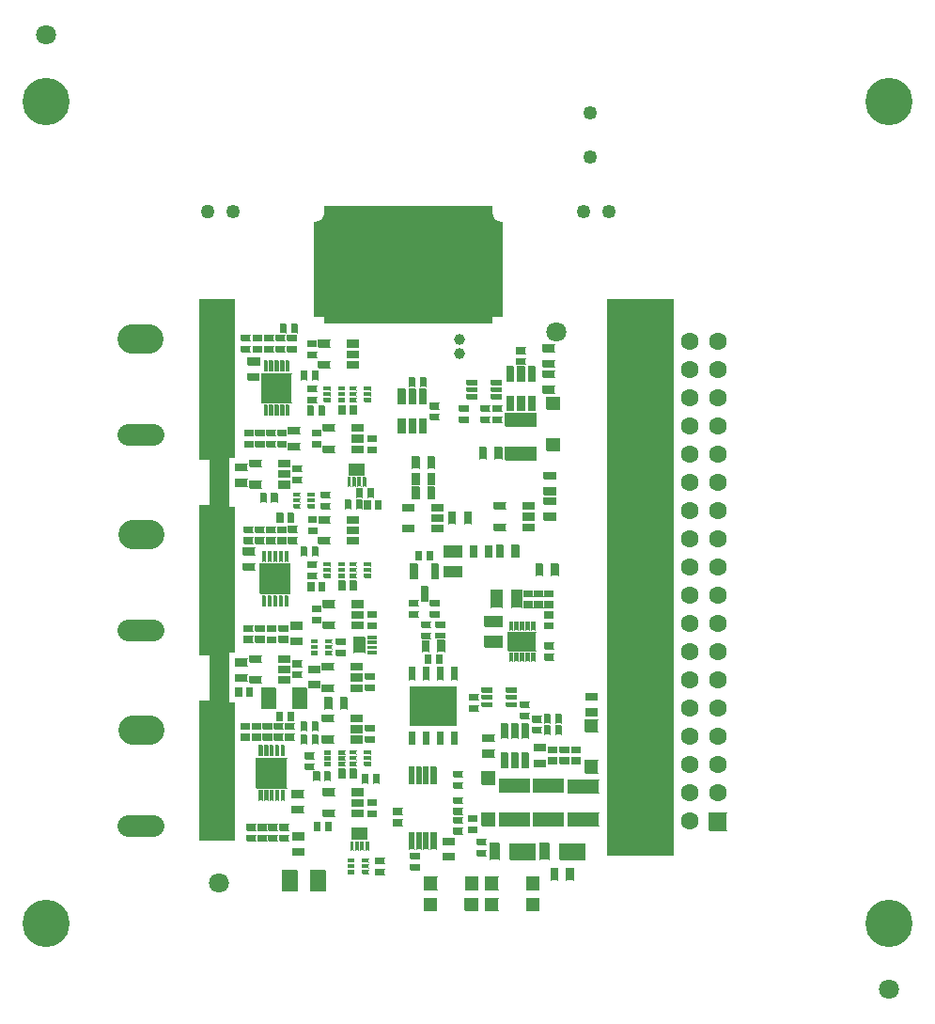
<source format=gbs>
*
%FSLAX26Y26*%
%MOIN*%
%ADD10C,0.070870*%
%ADD11C,0.038580*%
%ADD12R,0.012750X0.012750*%
%ADD13C,0.004000*%
%ADD14R,0.024500X0.024500*%
%ADD15C,0.003500*%
%ADD16R,0.020750X0.020750*%
%ADD17R,0.044500X0.044500*%
%ADD18C,0.003000*%
%ADD19R,0.046500X0.046500*%
%ADD20R,0.038500X0.038500*%
%ADD21R,0.024750X0.024750*%
%ADD22R,0.048250X0.048250*%
%ADD23R,0.011000X0.011000*%
%ADD24R,0.105500X0.105500*%
%ADD25R,0.040500X0.040500*%
%ADD26R,0.013000X0.013000*%
%ADD27R,0.066250X0.066250*%
%ADD28R,0.015000X0.015000*%
%ADD29R,0.056000X0.056000*%
%ADD30R,0.036500X0.036500*%
%ADD31R,0.051250X0.051250*%
%ADD32R,0.138750X0.138750*%
%ADD33R,0.019000X0.019000*%
%ADD34C,0.076173*%
%ADD35C,0.104173*%
%ADD36R,0.060250X0.060250*%
%ADD37C,0.049500*%
%ADD38C,0.049250*%
%ADD39C,0.063250*%
%ADD40C,0.162750*%
%ADD41C,0.000500*%
%ADD42R,0.004000X0.004000*%
%ADD43C,0.167323*%
%ADD44C,0.003947*%
%ADD45R,0.003947X0.003947*%
%ADD46C,0.024806*%
%IPPOS*%
%LN052s8c64709a.gbs*%
%LPD*%
G75*
G36*
X705315Y728938D02*
X705316Y1149459D01*
X824212Y1149409D01*
Y728937D01*
X705315Y728938D01*
G37*
G36*
Y1377363D02*
X705316Y1841535D01*
X824212Y1841141D01*
Y1377362D01*
X705315Y1377363D01*
G37*
G36*
Y2069489D02*
Y2533271D01*
X705317Y2533661D01*
X824213D01*
X824212Y2069488D01*
X705315Y2069489D01*
G37*
G36*
X1178166Y2522646D02*
Y2932488D01*
X1708482D01*
X1708481Y2522646D01*
X1178166D01*
G37*
G36*
X2150734Y673366D02*
X2150735Y2533861D01*
X2382703Y2533467D01*
Y673071D01*
X2231226Y673365D01*
X2150734Y673366D01*
G37*
G36*
X1178363Y2521661D02*
G02X1178363Y2524025I0J1182D01*
G01X1708285D01*
G02X1708285Y2521661I0J-1182D01*
G01X1178363D01*
G37*
G36*
Y2931109D02*
G02X1178363Y2933473I0J1182D01*
G01X1708285D01*
G02X1708285Y2931109I0J-1182D01*
G01X1178363D01*
G37*
G54D10*
X157480Y3543307D03*
G54D11*
X1623438Y2412027D03*
Y2462027D03*
G54D10*
X3149608Y157155D03*
X770276Y535630D03*
X1968505Y2489832D03*
G54D12*
X1092529Y1912030D02*
X1104529D01*
G54D13*
X1088154Y1918405D02*
X1108904D01*
X1088154Y1905655D02*
X1108904D01*
G54D12*
X1149615Y958132D02*
X1161615D01*
G54D13*
X1145240Y964507D02*
X1165990D01*
X1145240Y951757D02*
X1165990D01*
G54D12*
X1148631Y1625534D02*
X1160631D01*
G54D13*
X1144256Y1631909D02*
X1165006D01*
X1144256Y1619159D02*
X1165006D01*
G54D12*
X1199812Y1664904D02*
X1211812D01*
G54D13*
X1195437Y1671279D02*
X1216187D01*
X1195437Y1658529D02*
X1216187D01*
G54D12*
X1148631Y2249628D02*
X1160631D01*
G54D13*
X1144256Y2256003D02*
X1165006D01*
X1144256Y2243253D02*
X1165006D01*
G54D12*
X1199812Y2288998D02*
X1211812D01*
G54D13*
X1195437Y2295373D02*
X1216187D01*
X1195437Y2282623D02*
X1216187D01*
G54D14*
X1898943Y961242D02*
X1918193D01*
G54D15*
X1888443Y973492D02*
X1928693D01*
X1888443Y948992D02*
X1928693D01*
G54D14*
X1898943Y1016360D02*
X1918193D01*
G54D15*
X1888443Y1028610D02*
X1928693D01*
X1888443Y1004110D02*
X1928693D01*
G54D16*
X857670Y1093056D02*
X870920D01*
G54D15*
X849045Y1103431D02*
X879545D01*
X849045Y1082681D02*
X879545D01*
G54D16*
X857670Y1053686D02*
X870920D01*
G54D15*
X849045Y1064061D02*
X879545D01*
X849045Y1043311D02*
X879545D01*
G54D14*
X1040178Y851772D02*
X1059428D01*
G54D15*
X1029678Y864022D02*
X1069928D01*
X1029678Y839522D02*
X1069928D01*
G54D14*
X1040178Y796653D02*
X1059428D01*
G54D15*
X1029678Y808903D02*
X1069928D01*
X1029678Y784403D02*
X1069928D01*
G54D17*
X1955297Y2091164D02*
X1958297D01*
G54D18*
X1934547Y2113414D02*
X1979047D01*
X1934547Y2068914D02*
X1979047D01*
G54D17*
X1955297Y2236833D02*
X1958297D01*
G54D18*
X1934547Y2259083D02*
X1979047D01*
X1934547Y2214583D02*
X1979047D01*
G54D14*
X1959749Y557326D02*
Y576576D01*
G54D15*
X1947499Y546826D02*
Y587076D01*
X1971999Y546826D02*
Y587076D01*
G54D14*
X2014867Y557326D02*
Y576576D01*
G54D15*
X2002617Y546826D02*
Y587076D01*
X2027117Y546826D02*
Y587076D01*
G54D14*
X1522741Y1958507D02*
Y1977757D01*
G54D15*
X1510491Y1948007D02*
Y1988257D01*
X1534991Y1948007D02*
Y1988257D01*
G54D14*
X1467623Y1958507D02*
Y1977757D01*
G54D15*
X1455373Y1948007D02*
Y1988257D01*
X1479873Y1948007D02*
Y1988257D01*
G54D16*
X1934502Y1447463D02*
X1947752D01*
G54D15*
X1925877Y1457838D02*
X1956377D01*
X1925877Y1437088D02*
X1956377D01*
G54D16*
X1934502Y1486833D02*
X1947752D01*
G54D15*
X1925877Y1497208D02*
X1956377D01*
X1925877Y1476458D02*
X1956377D01*
G54D16*
X1612573Y881518D02*
X1625823D01*
G54D15*
X1603948Y891893D02*
X1634448D01*
X1603948Y871143D02*
X1634448D01*
G54D16*
X1612573Y920888D02*
X1625823D01*
G54D15*
X1603948Y931263D02*
X1634448D01*
X1603948Y910513D02*
X1634448D01*
G54D14*
X1036438Y1448031D02*
X1055688D01*
G54D15*
X1025938Y1460281D02*
X1066188D01*
X1025938Y1435781D02*
X1066188D01*
G54D14*
X1036438Y1392913D02*
X1055688D01*
G54D15*
X1025938Y1405163D02*
X1066188D01*
X1025938Y1380663D02*
X1066188D01*
G54D16*
X1499384Y1413014D02*
X1512634D01*
G54D15*
X1490759Y1423389D02*
X1521259D01*
X1490759Y1402639D02*
X1521259D01*
G54D16*
X1499384Y1452384D02*
X1512634D01*
G54D15*
X1490759Y1462759D02*
X1521259D01*
X1490759Y1442009D02*
X1521259D01*
G54D16*
X951249Y1438976D02*
X964499D01*
G54D15*
X942624Y1449351D02*
X973124D01*
X942624Y1428601D02*
X973124D01*
G54D16*
X951249Y1399606D02*
X964499D01*
G54D15*
X942624Y1409981D02*
X973124D01*
X942624Y1389231D02*
X973124D01*
G54D19*
X2031096Y879549D02*
X2095096D01*
G54D18*
X2009346Y902799D02*
X2116846D01*
X2009346Y856299D02*
X2116846D01*
G54D19*
X2031096Y761439D02*
X2095096D01*
G54D18*
X2009346Y784689D02*
X2116846D01*
X2009346Y738189D02*
X2116846D01*
G54D16*
X1041707Y1966164D02*
X1054957D01*
G54D15*
X1033082Y1976539D02*
X1063582D01*
X1033082Y1955789D02*
X1063582D01*
G54D14*
X840178Y2010827D02*
X859428D01*
G54D15*
X829678Y2023077D02*
X869928D01*
X829678Y1998577D02*
X869928D01*
G54D14*
X840178Y1955709D02*
X859428D01*
G54D15*
X829678Y1967959D02*
X869928D01*
X829678Y1943459D02*
X869928D01*
G54D16*
X1612573Y789982D02*
X1625823D01*
G54D15*
X1603948Y800357D02*
X1634448D01*
X1603948Y779607D02*
X1634448D01*
G54D16*
X1612573Y829352D02*
X1625823D01*
G54D15*
X1603948Y839727D02*
X1634448D01*
X1603948Y818977D02*
X1634448D01*
G54D16*
X858926Y2467716D02*
X872176D01*
G54D15*
X850301Y2478091D02*
X880801D01*
X850301Y2457341D02*
X880801D01*
G54D16*
X858926Y2428346D02*
X872176D01*
G54D15*
X850301Y2438721D02*
X880801D01*
X850301Y2417971D02*
X880801D01*
G54D20*
X1731761Y1463211D02*
X1758761D01*
G54D15*
X1714261Y1482461D02*
X1776261D01*
X1714261Y1443961D02*
X1776261D01*
G54D20*
X1731761Y1392345D02*
X1758761D01*
G54D15*
X1714261Y1411595D02*
X1776261D01*
X1714261Y1373095D02*
X1776261D01*
G54D16*
X1975001Y1111088D02*
Y1124338D01*
G54D15*
X1964626Y1102463D02*
Y1132963D01*
X1985376Y1102463D02*
Y1132963D01*
G54D16*
X1935631Y1111088D02*
Y1124338D01*
G54D15*
X1925256Y1102463D02*
Y1132963D01*
X1946006Y1102463D02*
Y1132963D01*
G54D16*
X1528912Y2187620D02*
X1542162D01*
G54D15*
X1520287Y2197995D02*
X1550787D01*
X1520287Y2177245D02*
X1550787D01*
G54D16*
X1528912Y2226990D02*
X1542162D01*
G54D15*
X1520287Y2237365D02*
X1550787D01*
X1520287Y2216615D02*
X1550787D01*
G54D14*
X1961718Y1636657D02*
Y1655907D01*
G54D15*
X1949468Y1626157D02*
Y1666407D01*
X1973968Y1626157D02*
Y1666407D01*
G54D14*
X1906600Y1636657D02*
Y1655907D01*
G54D15*
X1894350Y1626157D02*
Y1666407D01*
X1918850Y1626157D02*
Y1666407D01*
G54D14*
X1236710Y1824597D02*
X1255960D01*
G54D15*
X1226210Y1836847D02*
X1266460D01*
X1226210Y1812347D02*
X1266460D01*
G54D14*
X1236710Y1787195D02*
X1255960D01*
G54D15*
X1226210Y1799445D02*
X1266460D01*
X1226210Y1774945D02*
X1266460D01*
G54D14*
X1236710Y1749793D02*
X1255960D01*
G54D15*
X1226210Y1762043D02*
X1266460D01*
X1226210Y1737543D02*
X1266460D01*
G54D14*
X1134348Y1749793D02*
X1153598D01*
G54D15*
X1123848Y1762043D02*
X1164098D01*
X1123848Y1737543D02*
X1164098D01*
G54D14*
X1134348Y1824597D02*
X1153598D01*
G54D15*
X1123848Y1836847D02*
X1164098D01*
X1123848Y1812347D02*
X1164098D01*
G54D12*
X1092779Y1892345D02*
X1104279D01*
G54D15*
X1088154Y1898720D02*
X1108904D01*
X1088154Y1885970D02*
X1108904D01*
G54D12*
X1092779Y1872660D02*
X1104279D01*
G54D15*
X1088154Y1879035D02*
X1108904D01*
X1088154Y1866285D02*
X1108904D01*
G54D12*
X1041598Y1872660D02*
X1053098D01*
G54D15*
X1036973Y1879035D02*
X1057723D01*
X1036973Y1866285D02*
X1057723D01*
G54D12*
X1041598Y1892345D02*
X1053098D01*
G54D15*
X1036973Y1898720D02*
X1057723D01*
X1036973Y1885970D02*
X1057723D01*
G54D14*
X1760930Y2050042D02*
Y2069292D01*
G54D15*
X1748680Y2039542D02*
Y2079792D01*
X1773180Y2039542D02*
Y2079792D01*
G54D14*
X1705812Y2050042D02*
Y2069292D01*
G54D15*
X1693562Y2039542D02*
Y2079792D01*
X1718062Y2039542D02*
Y2079792D01*
G54D16*
X1835014Y2384471D02*
X1848264D01*
G54D15*
X1826389Y2394846D02*
X1856889D01*
X1826389Y2374096D02*
X1856889D01*
G54D16*
X1695250Y680730D02*
X1708500D01*
G54D15*
X1686625Y691105D02*
X1717125D01*
X1686625Y670355D02*
X1717125D01*
G54D16*
X1695250Y641360D02*
X1708500D01*
G54D15*
X1686625Y651735D02*
X1717125D01*
X1686625Y630985D02*
X1717125D01*
G54D21*
X884613Y2329921D02*
X904363D01*
G54D13*
X874238Y2342296D02*
X914738D01*
X874238Y2317546D02*
X914738D01*
G54D21*
X884613Y2385039D02*
X904363D01*
G54D13*
X874238Y2397414D02*
X914738D01*
X874238Y2372664D02*
X914738D01*
G54D16*
X1094857Y1664904D02*
X1108107D01*
G54D15*
X1086232Y1675279D02*
X1116732D01*
X1086232Y1654529D02*
X1116732D01*
G54D16*
X1094857Y1625534D02*
X1108107D01*
G54D15*
X1086232Y1635909D02*
X1116732D01*
X1086232Y1615159D02*
X1116732D01*
G54D16*
X1015073Y1053685D02*
X1028323D01*
G54D15*
X1006448Y1064060D02*
X1036948D01*
X1006448Y1043310D02*
X1036948D01*
G54D16*
X1015073Y1093055D02*
X1028323D01*
G54D15*
X1006448Y1103430D02*
X1036948D01*
X1006448Y1082680D02*
X1036948D01*
G54D14*
X1493214Y2141499D02*
Y2170749D01*
G54D15*
X1480964Y2130999D02*
Y2181249D01*
X1505464Y2130999D02*
Y2181249D01*
G54D14*
X1455812Y2141499D02*
Y2170749D01*
G54D15*
X1443562Y2130999D02*
Y2181249D01*
X1468062Y2130999D02*
Y2181249D01*
G54D14*
X1418411Y2141499D02*
Y2170749D01*
G54D15*
X1406161Y2130999D02*
Y2181249D01*
X1430661Y2130999D02*
Y2181249D01*
G54D14*
X1418411Y2245829D02*
Y2275079D01*
G54D15*
X1406161Y2235329D02*
Y2285579D01*
X1430661Y2235329D02*
Y2285579D01*
G54D14*
X1455812Y2245829D02*
Y2275079D01*
G54D15*
X1443562Y2235329D02*
Y2285579D01*
X1468062Y2235329D02*
Y2285579D01*
G54D14*
X1493214Y2245829D02*
Y2275079D01*
G54D15*
X1480964Y2235329D02*
Y2285579D01*
X1505464Y2235329D02*
Y2285579D01*
G54D16*
X1097115Y1785236D02*
X1110365D01*
G54D15*
X1088490Y1795611D02*
X1118990D01*
X1088490Y1774861D02*
X1118990D01*
G54D16*
X1097115Y1824606D02*
X1110365D01*
G54D15*
X1088490Y1834981D02*
X1118990D01*
X1088490Y1814231D02*
X1118990D01*
G54D14*
X992934Y1331238D02*
X1012184D01*
G54D15*
X982434Y1343488D02*
X1022684D01*
X982434Y1318988D02*
X1022684D01*
G54D14*
X992934Y1293836D02*
X1012184D01*
G54D15*
X982434Y1306086D02*
X1022684D01*
X982434Y1281586D02*
X1022684D01*
G54D14*
X992934Y1256434D02*
X1012184D01*
G54D15*
X982434Y1268684D02*
X1022684D01*
X982434Y1244184D02*
X1022684D01*
G54D14*
X890572Y1256434D02*
X909822D01*
G54D15*
X880072Y1268684D02*
X920322D01*
X880072Y1244184D02*
X920322D01*
G54D14*
X890572Y1331238D02*
X909822D01*
G54D15*
X880072Y1343488D02*
X920322D01*
X880072Y1318988D02*
X920322D01*
G54D14*
X1558175Y1366644D02*
Y1385894D01*
G54D15*
X1545925Y1356144D02*
Y1396394D01*
X1570425Y1356144D02*
Y1396394D01*
G54D14*
X1503057Y1366644D02*
Y1385894D01*
G54D15*
X1490807Y1356144D02*
Y1396394D01*
X1515307Y1356144D02*
Y1396394D01*
G54D16*
X1307455Y2072473D02*
X1320705D01*
G54D15*
X1298830Y2082848D02*
X1329330D01*
X1298830Y2062098D02*
X1329330D01*
G54D16*
X1307455Y2111843D02*
X1320705D01*
G54D15*
X1298830Y2122218D02*
X1329330D01*
X1298830Y2101468D02*
X1329330D01*
G54D16*
X1510931Y1322400D02*
Y1335650D01*
G54D15*
X1500556Y1313775D02*
Y1344275D01*
X1521306Y1313775D02*
Y1344275D01*
G54D16*
X1550301Y1322400D02*
Y1335650D01*
G54D15*
X1539926Y1313775D02*
Y1344275D01*
X1560676Y1313775D02*
Y1344275D01*
G54D14*
X1026900Y2139402D02*
X1046150D01*
G54D15*
X1016400Y2151652D02*
X1056650D01*
X1016400Y2127152D02*
X1056650D01*
G54D14*
X1026900Y2084284D02*
X1046150D01*
G54D15*
X1016400Y2096534D02*
X1056650D01*
X1016400Y2072034D02*
X1056650D01*
G54D22*
X946954Y1176089D02*
Y1203089D01*
G54D15*
X922829Y1153714D02*
Y1225464D01*
X971079Y1153714D02*
Y1225464D01*
G54D22*
X1057190Y1176089D02*
Y1203089D01*
G54D15*
X1033065Y1153714D02*
Y1225464D01*
X1081315Y1153714D02*
Y1225464D01*
G54D16*
X1041707Y1313526D02*
X1054957D01*
G54D15*
X1033082Y1323901D02*
X1063582D01*
X1033082Y1303151D02*
X1063582D01*
G54D16*
X1041707Y1274156D02*
X1054957D01*
G54D15*
X1033082Y1284531D02*
X1063582D01*
X1033082Y1263781D02*
X1063582D01*
G54D16*
X1947219Y970101D02*
X1960469D01*
G54D15*
X1938594Y980476D02*
X1969094D01*
X1938594Y959726D02*
X1969094D01*
G54D16*
X1947219Y1009471D02*
X1960469D01*
G54D15*
X1938594Y1019846D02*
X1969094D01*
X1938594Y999096D02*
X1969094D01*
G54D16*
X1196235Y1352975D02*
X1209485D01*
G54D15*
X1187610Y1363350D02*
X1218110D01*
X1187610Y1342600D02*
X1218110D01*
G54D16*
X1196235Y1392345D02*
X1209485D01*
G54D15*
X1187610Y1402720D02*
X1218110D01*
X1187610Y1381970D02*
X1218110D01*
G54D16*
X1094857Y2409077D02*
X1108107D01*
G54D15*
X1086232Y2419452D02*
X1116732D01*
X1086232Y2398702D02*
X1116732D01*
G54D16*
X1094857Y2448447D02*
X1108107D01*
G54D15*
X1086232Y2458822D02*
X1116732D01*
X1086232Y2438072D02*
X1116732D01*
G54D19*
X1809639Y2059668D02*
X1873639D01*
G54D18*
X1787889Y2082918D02*
X1895389D01*
X1787889Y2036418D02*
X1895389D01*
G54D19*
X1809639Y2177778D02*
X1873639D01*
G54D18*
X1787889Y2201028D02*
X1895389D01*
X1787889Y2154528D02*
X1895389D01*
G54D16*
X1549581Y1452384D02*
X1562831D01*
G54D15*
X1540956Y1462759D02*
X1571456D01*
X1540956Y1442009D02*
X1571456D01*
G54D16*
X1549581Y1413014D02*
X1562831D01*
G54D15*
X1540956Y1423389D02*
X1571456D01*
X1540956Y1402639D02*
X1571456D01*
G54D16*
X992981Y1400000D02*
X1006231D01*
G54D15*
X984356Y1410375D02*
X1014856D01*
X984356Y1389625D02*
X1014856D01*
G54D16*
X992981Y1439370D02*
X1006231D01*
G54D15*
X984356Y1449745D02*
X1014856D01*
X984356Y1428995D02*
X1014856D01*
G54D16*
X1633171Y2218132D02*
X1646421D01*
G54D15*
X1624546Y2228507D02*
X1655046D01*
X1624546Y2207757D02*
X1655046D01*
G54D16*
X1633171Y2178762D02*
X1646421D01*
G54D15*
X1624546Y2189137D02*
X1655046D01*
X1624546Y2168387D02*
X1655046D01*
G54D16*
X1085912Y987016D02*
X1099162D01*
G54D15*
X1077287Y997391D02*
X1107787D01*
X1077287Y976641D02*
X1107787D01*
G54D16*
X1085912Y947646D02*
X1099162D01*
G54D15*
X1077287Y958021D02*
X1107787D01*
X1077287Y937271D02*
X1107787D01*
G54D19*
X1787001Y880533D02*
X1851001D01*
G54D18*
X1765251Y903783D02*
X1872751D01*
X1765251Y857283D02*
X1872751D01*
G54D19*
X1787001Y762423D02*
X1851001D01*
G54D18*
X1765251Y785673D02*
X1872751D01*
X1765251Y739173D02*
X1872751D01*
G54D16*
X1288189Y898690D02*
Y911940D01*
G54D15*
X1277814Y890065D02*
Y920565D01*
X1298564Y890065D02*
Y920565D01*
G54D16*
X1327559Y898690D02*
Y911940D01*
G54D15*
X1317184Y890065D02*
Y920565D01*
X1337934Y890065D02*
Y920565D01*
G54D17*
X1724982Y908092D02*
X1727982D01*
G54D18*
X1704232Y930342D02*
X1748732D01*
X1704232Y885842D02*
X1748732D01*
G54D17*
X1724982Y762423D02*
X1727982D01*
G54D18*
X1704232Y784673D02*
X1748732D01*
X1704232Y740173D02*
X1748732D01*
G54D20*
X1825970Y1530419D02*
Y1557419D01*
G54D15*
X1806720Y1512919D02*
Y1574919D01*
X1845220Y1512919D02*
Y1574919D01*
G54D20*
X1755104Y1530419D02*
Y1557419D01*
G54D15*
X1735854Y1512919D02*
Y1574919D01*
X1774354Y1512919D02*
Y1574919D01*
G54D14*
X2082998Y1196478D02*
X2102248D01*
G54D15*
X2072498Y1208728D02*
X2112748D01*
X2072498Y1184228D02*
X2112748D01*
G54D14*
X2082998Y1141360D02*
X2102248D01*
G54D15*
X2072498Y1153610D02*
X2112748D01*
X2072498Y1129110D02*
X2112748D01*
G54D23*
X996758Y834066D02*
Y860816D01*
G54D18*
X991258Y830066D02*
Y864816D01*
X1002258Y830066D02*
Y864816D01*
G54D23*
X977073Y834066D02*
Y860816D01*
G54D18*
X971573Y830066D02*
Y864816D01*
X982573Y830066D02*
Y864816D01*
G54D23*
X957388Y834066D02*
Y860816D01*
G54D18*
X951888Y830066D02*
Y864816D01*
X962888Y830066D02*
Y864816D01*
G54D23*
X937703Y834066D02*
Y860816D01*
G54D18*
X932203Y830066D02*
Y864816D01*
X943203Y830066D02*
Y864816D01*
G54D23*
X918018Y834066D02*
Y860816D01*
G54D18*
X912518Y830066D02*
Y864816D01*
X923518Y830066D02*
Y864816D01*
G54D23*
X918018Y991546D02*
Y1018296D01*
G54D18*
X912518Y987546D02*
Y1022296D01*
X923518Y987546D02*
Y1022296D01*
G54D23*
X937703Y991546D02*
Y1018296D01*
G54D18*
X932203Y987546D02*
Y1022296D01*
X943203Y987546D02*
Y1022296D01*
G54D23*
X957388Y991546D02*
Y1018296D01*
G54D18*
X951888Y987546D02*
Y1022296D01*
X962888Y987546D02*
Y1022296D01*
G54D23*
X977073Y991546D02*
Y1018296D01*
G54D18*
X971573Y987546D02*
Y1022296D01*
X982573Y987546D02*
Y1022296D01*
G54D23*
X996758Y991546D02*
Y1018296D01*
G54D18*
X991258Y987546D02*
Y1022296D01*
X1002258Y987546D02*
Y1022296D01*
G54D24*
X955888Y926181D02*
X958888D01*
G54D18*
X904638Y978931D02*
X1010138D01*
X904638Y873431D02*
X1010138D01*
G54D12*
X1292034Y2288998D02*
X1303534D01*
G54D15*
X1287409Y2295373D02*
X1308159D01*
X1287409Y2282623D02*
X1308159D01*
G54D12*
X1292034Y2269313D02*
X1303534D01*
G54D15*
X1287409Y2275688D02*
X1308159D01*
X1287409Y2262938D02*
X1308159D01*
G54D12*
X1292034Y2249628D02*
X1303534D01*
G54D15*
X1287409Y2256003D02*
X1308159D01*
X1287409Y2243253D02*
X1308159D01*
G54D12*
X1240853Y2249628D02*
X1252353D01*
G54D15*
X1236228Y2256003D02*
X1256978D01*
X1236228Y2243253D02*
X1256978D01*
G54D12*
X1240853Y2269313D02*
X1252353D01*
G54D15*
X1236228Y2275688D02*
X1256978D01*
X1236228Y2262938D02*
X1256978D01*
G54D12*
X1240853Y2288998D02*
X1252353D01*
G54D15*
X1236228Y2295373D02*
X1256978D01*
X1236228Y2282623D02*
X1256978D01*
G54D16*
X1934502Y1523250D02*
X1947752D01*
G54D15*
X1925877Y1533625D02*
X1956377D01*
X1925877Y1512875D02*
X1956377D01*
G54D16*
X1934502Y1562620D02*
X1947752D01*
G54D15*
X1925877Y1572995D02*
X1956377D01*
X1925877Y1552245D02*
X1956377D01*
G54D16*
X1037402Y2493965D02*
Y2507215D01*
G54D15*
X1027027Y2485340D02*
Y2515840D01*
X1047777Y2485340D02*
Y2515840D01*
G54D16*
X998032Y2493965D02*
Y2507215D01*
G54D15*
X987657Y2485340D02*
Y2515840D01*
X1008407Y2485340D02*
Y2515840D01*
G54D16*
X1246167Y917216D02*
Y930466D01*
G54D15*
X1235792Y908591D02*
Y939091D01*
X1256542Y908591D02*
Y939091D01*
G54D16*
X1206797Y917216D02*
Y930466D01*
G54D15*
X1196422Y908591D02*
Y939091D01*
X1217172Y908591D02*
Y939091D01*
G54D16*
X1975001Y1070733D02*
Y1083983D01*
G54D15*
X1964626Y1062108D02*
Y1092608D01*
X1985376Y1062108D02*
Y1092608D01*
G54D16*
X1935631Y1070733D02*
Y1083983D01*
G54D15*
X1925256Y1062108D02*
Y1092608D01*
X1946006Y1062108D02*
Y1092608D01*
G54D21*
X1461718Y1624482D02*
Y1655482D01*
G54D15*
X1449343Y1613857D02*
Y1666107D01*
X1474093Y1613857D02*
Y1666107D01*
G54D21*
X1536521Y1624482D02*
Y1655482D01*
G54D15*
X1524146Y1613857D02*
Y1666107D01*
X1548896Y1613857D02*
Y1666107D01*
G54D21*
X1499119Y1544561D02*
Y1575561D01*
G54D15*
X1486744Y1533936D02*
Y1586186D01*
X1511494Y1533936D02*
Y1586186D01*
G54D16*
X2030880Y1009470D02*
X2044130D01*
G54D15*
X2022255Y1019845D02*
X2052755D01*
X2022255Y999095D02*
X2052755D01*
G54D16*
X2030880Y970100D02*
X2044130D01*
G54D15*
X2022255Y980475D02*
X2052755D01*
X2022255Y959725D02*
X2052755D01*
G54D23*
X1285537Y1947389D02*
Y1968139D01*
G54D18*
X1280037Y1943389D02*
Y1972139D01*
X1291037Y1943389D02*
Y1972139D01*
G54D23*
X1267820Y1947389D02*
Y1968139D01*
G54D18*
X1262320Y1943389D02*
Y1972139D01*
X1273320Y1943389D02*
Y1972139D01*
G54D23*
X1250104Y1947389D02*
Y1968139D01*
G54D18*
X1244604Y1943389D02*
Y1972139D01*
X1255604Y1943389D02*
Y1972139D01*
G54D23*
X1232387Y1947389D02*
Y1968139D01*
G54D18*
X1226887Y1943389D02*
Y1972139D01*
X1237887Y1943389D02*
Y1972139D01*
G54D25*
X1250337Y2003039D02*
X1267587D01*
G54D15*
X1231837Y2023289D02*
X1286087D01*
X1231837Y1982789D02*
X1286087D01*
G54D16*
X1267820Y1911805D02*
Y1925055D01*
G54D15*
X1257445Y1903180D02*
Y1933680D01*
X1278195Y1903180D02*
Y1933680D01*
G54D16*
X1307190Y1911805D02*
Y1925055D01*
G54D15*
X1296815Y1903180D02*
Y1933680D01*
X1317565Y1903180D02*
Y1933680D01*
G54D16*
X1110605Y2092148D02*
X1123855D01*
G54D15*
X1101980Y2102523D02*
X1132480D01*
X1101980Y2081773D02*
X1132480D01*
G54D16*
X1110605Y2131518D02*
X1123855D01*
G54D15*
X1101980Y2141893D02*
X1132480D01*
X1101980Y2121143D02*
X1132480D01*
G54D17*
X1882462Y535455D02*
X1885462D01*
G54D18*
X1861712Y557705D02*
X1906212D01*
X1861712Y513205D02*
X1906212D01*
G54D17*
X1736793Y535455D02*
X1739793D01*
G54D18*
X1716043Y557705D02*
X1760543D01*
X1716043Y513205D02*
X1760543D01*
G54D23*
X1008889Y1522255D02*
Y1549005D01*
G54D18*
X1003389Y1518255D02*
Y1553005D01*
X1014389Y1518255D02*
Y1553005D01*
G54D23*
X989204Y1522255D02*
Y1549005D01*
G54D18*
X983704Y1518255D02*
Y1553005D01*
X994704Y1518255D02*
Y1553005D01*
G54D23*
X969519Y1522255D02*
Y1549005D01*
G54D18*
X964019Y1518255D02*
Y1553005D01*
X975019Y1518255D02*
Y1553005D01*
G54D23*
X949834Y1522255D02*
Y1549005D01*
G54D18*
X944334Y1518255D02*
Y1553005D01*
X955334Y1518255D02*
Y1553005D01*
G54D23*
X930149Y1522255D02*
Y1549005D01*
G54D18*
X924649Y1518255D02*
Y1553005D01*
X935649Y1518255D02*
Y1553005D01*
G54D23*
X930149Y1679735D02*
Y1706485D01*
G54D18*
X924649Y1675735D02*
Y1710485D01*
X935649Y1675735D02*
Y1710485D01*
G54D23*
X949834Y1679735D02*
Y1706485D01*
G54D18*
X944334Y1675735D02*
Y1710485D01*
X955334Y1675735D02*
Y1710485D01*
G54D23*
X969519Y1679735D02*
Y1706485D01*
G54D18*
X964019Y1675735D02*
Y1710485D01*
X975019Y1675735D02*
Y1710485D01*
G54D23*
X989204Y1679735D02*
Y1706485D01*
G54D18*
X983704Y1675735D02*
Y1710485D01*
X994704Y1675735D02*
Y1710485D01*
G54D23*
X1008889Y1679735D02*
Y1706485D01*
G54D18*
X1003389Y1675735D02*
Y1710485D01*
X1014389Y1675735D02*
Y1710485D01*
G54D24*
X968019Y1614370D02*
X971019D01*
G54D18*
X916769Y1667120D02*
X1022269D01*
X916769Y1561620D02*
X1022269D01*
G54D16*
X1668376Y1155114D02*
X1681626D01*
G54D15*
X1659751Y1165489D02*
X1690251D01*
X1659751Y1144739D02*
X1690251D01*
G54D16*
X1668376Y1194484D02*
X1681626D01*
G54D15*
X1659751Y1204859D02*
X1690251D01*
X1659751Y1184109D02*
X1690251D01*
G54D16*
X1071954Y1038121D02*
Y1051371D01*
G54D15*
X1061579Y1029496D02*
Y1059996D01*
X1082329Y1029496D02*
Y1059996D01*
G54D16*
X1111324Y1038121D02*
Y1051371D01*
G54D15*
X1100949Y1029496D02*
Y1059996D01*
X1121699Y1029496D02*
Y1059996D01*
G54D14*
X1236710Y2448691D02*
X1255960D01*
G54D15*
X1226210Y2460941D02*
X1266460D01*
X1226210Y2436441D02*
X1266460D01*
G54D14*
X1236710Y2411289D02*
X1255960D01*
G54D15*
X1226210Y2423539D02*
X1266460D01*
X1226210Y2399039D02*
X1266460D01*
G54D14*
X1236710Y2373888D02*
X1255960D01*
G54D15*
X1226210Y2386138D02*
X1266460D01*
X1226210Y2361638D02*
X1266460D01*
G54D14*
X1134348Y2373888D02*
X1153598D01*
G54D15*
X1123848Y2386138D02*
X1164098D01*
X1123848Y2361638D02*
X1164098D01*
G54D14*
X1134348Y2448691D02*
X1153598D01*
G54D15*
X1123848Y2460941D02*
X1164098D01*
X1123848Y2436441D02*
X1164098D01*
G54D26*
X1885182Y1328352D02*
Y1346102D01*
G54D18*
X1878682Y1323352D02*
Y1351102D01*
X1891682Y1323352D02*
Y1351102D01*
G54D26*
X1865497Y1328352D02*
Y1346102D01*
G54D18*
X1858997Y1323352D02*
Y1351102D01*
X1871997Y1323352D02*
Y1351102D01*
G54D26*
X1845812Y1328352D02*
Y1346102D01*
G54D18*
X1839312Y1323352D02*
Y1351102D01*
X1852312Y1323352D02*
Y1351102D01*
G54D26*
X1826127Y1328352D02*
Y1346102D01*
G54D18*
X1819627Y1323352D02*
Y1351102D01*
X1832627Y1323352D02*
Y1351102D01*
G54D26*
X1806442Y1328352D02*
Y1346102D01*
G54D18*
X1799942Y1323352D02*
Y1351102D01*
X1812942Y1323352D02*
Y1351102D01*
G54D26*
X1806442Y1438588D02*
Y1456338D01*
G54D18*
X1799942Y1433588D02*
Y1461338D01*
X1812942Y1433588D02*
Y1461338D01*
G54D26*
X1826127Y1438588D02*
Y1456338D01*
G54D18*
X1819627Y1433588D02*
Y1461338D01*
X1832627Y1433588D02*
Y1461338D01*
G54D26*
X1845812Y1438588D02*
Y1456338D01*
G54D18*
X1839312Y1433588D02*
Y1461338D01*
X1852312Y1433588D02*
Y1461338D01*
G54D26*
X1865497Y1438588D02*
Y1456338D01*
G54D18*
X1858997Y1433588D02*
Y1461338D01*
X1871997Y1433588D02*
Y1461338D01*
G54D26*
X1885182Y1438588D02*
Y1456338D01*
G54D18*
X1878682Y1433588D02*
Y1461338D01*
X1891682Y1433588D02*
Y1461338D01*
G54D27*
X1829562Y1392345D02*
X1862062D01*
G54D18*
X1797937Y1425470D02*
X1893687D01*
X1797937Y1359220D02*
X1893687D01*
G54D16*
X1307455Y781961D02*
X1320705D01*
G54D15*
X1298830Y792336D02*
X1329330D01*
X1298830Y771586D02*
X1329330D01*
G54D16*
X1307455Y821331D02*
X1320705D01*
G54D15*
X1298830Y831706D02*
X1329330D01*
X1298830Y810956D02*
X1329330D01*
G54D14*
X1467623Y1908805D02*
Y1928055D01*
G54D15*
X1455373Y1898305D02*
Y1938555D01*
X1479873Y1898305D02*
Y1938555D01*
G54D14*
X1522741Y1908805D02*
Y1928055D01*
G54D15*
X1510491Y1898305D02*
Y1938555D01*
X1534991Y1898305D02*
Y1938555D01*
G54D16*
X941407Y2428346D02*
X954657D01*
G54D15*
X932782Y2438721D02*
X963282D01*
X932782Y2417971D02*
X963282D01*
G54D16*
X941407Y2467716D02*
X954657D01*
G54D15*
X932782Y2478091D02*
X963282D01*
X932782Y2457341D02*
X963282D01*
G54D14*
X1043131Y701378D02*
X1062381D01*
G54D15*
X1032631Y713628D02*
X1072881D01*
X1032631Y689128D02*
X1072881D01*
G54D14*
X1043131Y646260D02*
X1062381D01*
G54D15*
X1032631Y658510D02*
X1072881D01*
X1032631Y634010D02*
X1072881D01*
G54D16*
X1935486Y1337227D02*
X1948736D01*
G54D15*
X1926861Y1347602D02*
X1957361D01*
X1926861Y1326852D02*
X1957361D01*
G54D16*
X1935486Y1376597D02*
X1948736D01*
G54D15*
X1926861Y1386972D02*
X1957361D01*
X1926861Y1366222D02*
X1957361D01*
G54D14*
X867737Y1656693D02*
X886987D01*
G54D15*
X857237Y1668943D02*
X897487D01*
X857237Y1644443D02*
X897487D01*
G54D14*
X867737Y1711811D02*
X886987D01*
G54D15*
X857237Y1724061D02*
X897487D01*
X857237Y1699561D02*
X897487D01*
G54D16*
X1246167Y1583554D02*
Y1596804D01*
G54D15*
X1235792Y1574929D02*
Y1605429D01*
X1256542Y1574929D02*
Y1605429D01*
G54D16*
X1206797Y1583554D02*
Y1596804D01*
G54D15*
X1196422Y1574929D02*
Y1605429D01*
X1217172Y1574929D02*
Y1605429D01*
G54D16*
X948130Y1750197D02*
X961380D01*
G54D15*
X939505Y1760572D02*
X970005D01*
X939505Y1739822D02*
X970005D01*
G54D16*
X948130Y1789567D02*
X961380D01*
G54D15*
X939505Y1799942D02*
X970005D01*
X939505Y1779192D02*
X970005D01*
G54D16*
X1989542Y1009470D02*
X2002792D01*
G54D15*
X1980917Y1019845D02*
X2011417D01*
X1980917Y999095D02*
X2011417D01*
G54D16*
X1989542Y970100D02*
X2002792D01*
G54D15*
X1980917Y980475D02*
X2011417D01*
X1980917Y959725D02*
X2011417D01*
G54D16*
X1663754Y726400D02*
X1677004D01*
G54D15*
X1655129Y736775D02*
X1685629D01*
X1655129Y716025D02*
X1685629D01*
G54D16*
X1663754Y765770D02*
X1677004D01*
G54D15*
X1655129Y776145D02*
X1685629D01*
X1655129Y755395D02*
X1685629D01*
G54D16*
X936328Y1053681D02*
X949578D01*
G54D15*
X927703Y1064056D02*
X958203D01*
X927703Y1043306D02*
X958203D01*
G54D16*
X936328Y1093051D02*
X949578D01*
G54D15*
X927703Y1103426D02*
X958203D01*
X927703Y1082676D02*
X958203D01*
G54D17*
X1520257Y535455D02*
X1523257D01*
G54D18*
X1499507Y557705D02*
X1544007D01*
X1499507Y513205D02*
X1544007D01*
G54D17*
X1665926Y535455D02*
X1668926D01*
G54D18*
X1645176Y557705D02*
X1689676D01*
X1645176Y513205D02*
X1689676D01*
G54D14*
X1099731Y1239195D02*
X1118981D01*
G54D15*
X1089231Y1251445D02*
X1129481D01*
X1089231Y1226945D02*
X1129481D01*
G54D14*
X1099731Y1294313D02*
X1118981D01*
G54D15*
X1089231Y1306563D02*
X1129481D01*
X1089231Y1282063D02*
X1129481D01*
G54D14*
X1253010Y2149234D02*
X1272260D01*
G54D15*
X1242510Y2161484D02*
X1282760D01*
X1242510Y2136984D02*
X1282760D01*
G54D14*
X1253010Y2111833D02*
X1272260D01*
G54D15*
X1242510Y2124083D02*
X1282760D01*
X1242510Y2099583D02*
X1282760D01*
G54D14*
X1253010Y2074431D02*
X1272260D01*
G54D15*
X1242510Y2086681D02*
X1282760D01*
X1242510Y2062181D02*
X1282760D01*
G54D14*
X1150648Y2074431D02*
X1169898D01*
G54D15*
X1140148Y2086681D02*
X1180398D01*
X1140148Y2062181D02*
X1180398D01*
G54D14*
X1150648Y2149234D02*
X1169898D01*
G54D15*
X1140148Y2161484D02*
X1180398D01*
X1140148Y2136984D02*
X1180398D01*
G54D16*
X878937Y1205973D02*
Y1219223D01*
G54D15*
X868562Y1197348D02*
Y1227848D01*
X889312Y1197348D02*
Y1227848D01*
G54D16*
X839567Y1205973D02*
Y1219223D01*
G54D15*
X829192Y1197348D02*
Y1227848D01*
X849942Y1197348D02*
Y1227848D01*
G54D16*
X988566Y2092158D02*
X1001816D01*
G54D15*
X979941Y2102533D02*
X1010441D01*
X979941Y2081783D02*
X1010441D01*
G54D16*
X988566Y2131528D02*
X1001816D01*
G54D15*
X979941Y2141903D02*
X1010441D01*
X979941Y2121153D02*
X1010441D01*
G54D16*
X1751353Y2178762D02*
X1764603D01*
G54D15*
X1742728Y2189137D02*
X1773228D01*
X1742728Y2168387D02*
X1773228D01*
G54D16*
X1751353Y2218132D02*
X1764603D01*
G54D15*
X1742728Y2228507D02*
X1773228D01*
X1742728Y2207757D02*
X1773228D01*
G54D16*
X1460014Y630699D02*
X1473264D01*
G54D15*
X1451389Y641074D02*
X1481889D01*
X1451389Y620324D02*
X1481889D01*
G54D16*
X1460014Y591329D02*
X1473264D01*
G54D15*
X1451389Y601704D02*
X1481889D01*
X1451389Y580954D02*
X1481889D01*
G54D16*
X909825Y2131528D02*
X923075D01*
G54D15*
X901200Y2141903D02*
X931700D01*
X901200Y2121153D02*
X931700D01*
G54D16*
X909825Y2092158D02*
X923075D01*
G54D15*
X901200Y2102533D02*
X931700D01*
X901200Y2081783D02*
X931700D01*
G54D14*
X1535652Y1867516D02*
X1554902D01*
G54D15*
X1525152Y1879766D02*
X1565402D01*
X1525152Y1855266D02*
X1565402D01*
G54D14*
X1535652Y1830114D02*
X1554902D01*
G54D15*
X1525152Y1842364D02*
X1565402D01*
X1525152Y1817864D02*
X1565402D01*
G54D14*
X1535652Y1792713D02*
X1554902D01*
G54D15*
X1525152Y1804963D02*
X1565402D01*
X1525152Y1780463D02*
X1565402D01*
G54D14*
X1433290Y1792713D02*
X1452540D01*
G54D15*
X1422790Y1804963D02*
X1463040D01*
X1422790Y1780463D02*
X1463040D01*
G54D14*
X1433290Y1867516D02*
X1452540D01*
G54D15*
X1422790Y1879766D02*
X1463040D01*
X1422790Y1855266D02*
X1463040D01*
G54D14*
X1935361Y1890250D02*
X1954611D01*
G54D15*
X1924861Y1902500D02*
X1965111D01*
X1924861Y1878000D02*
X1965111D01*
G54D14*
X1935361Y1835132D02*
X1954611D01*
G54D15*
X1924861Y1847382D02*
X1965111D01*
X1924861Y1822882D02*
X1965111D01*
G54D28*
X1710477Y1168894D02*
X1733227D01*
G54D18*
X1704477Y1176394D02*
X1739227D01*
X1704477Y1161394D02*
X1739227D01*
G54D28*
X1710477Y1194484D02*
X1733227D01*
G54D18*
X1704477Y1201984D02*
X1739227D01*
X1704477Y1186984D02*
X1739227D01*
G54D28*
X1710477Y1220075D02*
X1733227D01*
G54D18*
X1704477Y1227575D02*
X1739227D01*
X1704477Y1212575D02*
X1739227D01*
G54D28*
X1797091Y1220075D02*
X1819841D01*
G54D18*
X1791091Y1227575D02*
X1825841D01*
X1791091Y1212575D02*
X1825841D01*
G54D28*
X1797091Y1194482D02*
X1819841D01*
G54D18*
X1791091Y1201982D02*
X1825841D01*
X1791091Y1186982D02*
X1825841D01*
G54D28*
X1797091Y1168894D02*
X1819841D01*
G54D18*
X1791091Y1176394D02*
X1825841D01*
X1791091Y1161394D02*
X1825841D01*
G54D16*
X1299586Y1085258D02*
X1312836D01*
G54D15*
X1290961Y1095633D02*
X1321461D01*
X1290961Y1074883D02*
X1321461D01*
G54D16*
X1299586Y1045888D02*
X1312836D01*
G54D15*
X1290961Y1056263D02*
X1321461D01*
X1290961Y1035513D02*
X1321461D01*
G54D14*
X1576109Y684667D02*
X1595359D01*
G54D15*
X1565609Y696917D02*
X1605859D01*
X1565609Y672417D02*
X1605859D01*
G54D14*
X1576109Y629549D02*
X1595359D01*
G54D15*
X1565609Y641799D02*
X1605859D01*
X1565609Y617299D02*
X1605859D01*
G54D16*
X1529896Y1528171D02*
X1543146D01*
G54D15*
X1521271Y1538546D02*
X1551771D01*
X1521271Y1517796D02*
X1551771D01*
G54D16*
X1529896Y1488801D02*
X1543146D01*
G54D15*
X1521271Y1499176D02*
X1551771D01*
X1521271Y1478426D02*
X1551771D01*
G54D29*
X2007702Y648250D02*
X2042702D01*
G54D15*
X1981452Y676250D02*
X2068952D01*
X1981452Y620250D02*
X2068952D01*
G54D30*
X1924808Y636625D02*
Y659875D01*
G54D15*
X1906558Y620125D02*
Y676375D01*
X1943058Y620125D02*
Y676375D01*
G54D14*
X1716857Y1050809D02*
X1736107D01*
G54D15*
X1706357Y1063059D02*
X1746607D01*
X1706357Y1038559D02*
X1746607D01*
G54D14*
X1716857Y995691D02*
X1736107D01*
G54D15*
X1706357Y1007941D02*
X1746607D01*
X1706357Y983441D02*
X1746607D01*
G54D23*
X1295379Y656877D02*
Y677627D01*
G54D18*
X1289879Y652877D02*
Y681627D01*
X1300879Y652877D02*
Y681627D01*
G54D23*
X1277663Y656877D02*
Y677627D01*
G54D18*
X1272163Y652877D02*
Y681627D01*
X1283163Y652877D02*
Y681627D01*
G54D23*
X1259946Y656877D02*
Y677627D01*
G54D18*
X1254446Y652877D02*
Y681627D01*
X1265446Y652877D02*
Y681627D01*
G54D23*
X1242230Y656877D02*
Y677627D01*
G54D18*
X1236730Y652877D02*
Y681627D01*
X1247730Y652877D02*
Y681627D01*
G54D25*
X1260179Y712528D02*
X1277429D01*
G54D15*
X1241679Y732778D02*
X1295929D01*
X1241679Y692278D02*
X1295929D01*
G54D12*
X1153898Y1392344D02*
X1165898D01*
G54D13*
X1149523Y1398719D02*
X1170273D01*
X1149523Y1385969D02*
X1170273D01*
G54D12*
X1154148Y1372659D02*
X1165648D01*
G54D15*
X1149523Y1379034D02*
X1170273D01*
X1149523Y1366284D02*
X1170273D01*
G54D12*
X1102967Y1352974D02*
X1114467D01*
G54D15*
X1098342Y1359349D02*
X1119092D01*
X1098342Y1346599D02*
X1119092D01*
G54D12*
X1102967Y1372659D02*
X1114467D01*
G54D15*
X1098342Y1379034D02*
X1119092D01*
X1098342Y1366284D02*
X1119092D01*
G54D12*
X1102967Y1392344D02*
X1114467D01*
G54D15*
X1098342Y1398719D02*
X1119092D01*
X1098342Y1385969D02*
X1119092D01*
G54D14*
X1157584Y1163625D02*
Y1182875D01*
G54D15*
X1145334Y1153125D02*
Y1193375D01*
X1169834Y1153125D02*
Y1193375D01*
G54D14*
X1212702Y1163625D02*
Y1182875D01*
G54D15*
X1200452Y1153125D02*
Y1193375D01*
X1224952Y1153125D02*
Y1193375D01*
G54D16*
X1861668Y1562620D02*
X1874918D01*
G54D15*
X1853043Y1572995D02*
X1883543D01*
X1853043Y1552245D02*
X1883543D01*
G54D16*
X1861668Y1523250D02*
X1874918D01*
G54D15*
X1853043Y1533625D02*
X1883543D01*
X1853043Y1512875D02*
X1883543D01*
G54D14*
X1652663Y1820712D02*
Y1839962D01*
G54D15*
X1640413Y1810212D02*
Y1850462D01*
X1664913Y1810212D02*
Y1850462D01*
G54D14*
X1597545Y1820712D02*
Y1839962D01*
G54D15*
X1585295Y1810212D02*
Y1850462D01*
X1609795Y1810212D02*
Y1850462D01*
G54D16*
X1071954Y2328633D02*
Y2341883D01*
G54D15*
X1061579Y2320008D02*
Y2350508D01*
X1082329Y2320008D02*
Y2350508D01*
G54D16*
X1111324Y2328633D02*
Y2341883D01*
G54D15*
X1100949Y2320008D02*
Y2350508D01*
X1121699Y2320008D02*
Y2350508D01*
G54D16*
X1267820Y1870956D02*
Y1884206D01*
G54D15*
X1257445Y1862331D02*
Y1892831D01*
X1278195Y1862331D02*
Y1892831D01*
G54D16*
X1228450Y1870956D02*
Y1884206D01*
G54D15*
X1218075Y1862331D02*
Y1892831D01*
X1238825Y1862331D02*
Y1892831D01*
G54D16*
X1891801Y1077358D02*
X1905051D01*
G54D15*
X1883176Y1087733D02*
X1913676D01*
X1883176Y1066983D02*
X1913676D01*
G54D16*
X1891801Y1116728D02*
X1905051D01*
G54D15*
X1883176Y1127103D02*
X1913676D01*
X1883176Y1106353D02*
X1913676D01*
G54D16*
X949196Y2131528D02*
X962446D01*
G54D15*
X940571Y2141903D02*
X971071D01*
X940571Y2121153D02*
X971071D01*
G54D16*
X949196Y2092158D02*
X962446D01*
G54D15*
X940571Y2102533D02*
X971071D01*
X940571Y2081783D02*
X971071D01*
G54D16*
X1455093Y1528171D02*
X1468343D01*
G54D15*
X1446468Y1538546D02*
X1476968D01*
X1446468Y1517796D02*
X1476968D01*
G54D16*
X1455093Y1488801D02*
X1468343D01*
G54D15*
X1446468Y1499176D02*
X1476968D01*
X1446468Y1478426D02*
X1476968D01*
G54D16*
X1022903Y2429134D02*
X1036153D01*
G54D15*
X1014278Y2439509D02*
X1044778D01*
X1014278Y2418759D02*
X1044778D01*
G54D16*
X1022903Y2468504D02*
X1036153D01*
G54D15*
X1014278Y2478879D02*
X1044778D01*
X1014278Y2458129D02*
X1044778D01*
G54D16*
X1071954Y1704539D02*
Y1717789D01*
G54D15*
X1061579Y1695914D02*
Y1726414D01*
X1082329Y1695914D02*
Y1726414D01*
G54D16*
X1111324Y1704539D02*
Y1717789D01*
G54D15*
X1100949Y1695914D02*
Y1726414D01*
X1121699Y1695914D02*
Y1726414D01*
G54D12*
X1292034Y1664904D02*
X1303534D01*
G54D15*
X1287409Y1671279D02*
X1308159D01*
X1287409Y1658529D02*
X1308159D01*
G54D12*
X1292034Y1645219D02*
X1303534D01*
G54D15*
X1287409Y1651594D02*
X1308159D01*
X1287409Y1638844D02*
X1308159D01*
G54D12*
X1292034Y1625534D02*
X1303534D01*
G54D15*
X1287409Y1631909D02*
X1308159D01*
X1287409Y1619159D02*
X1308159D01*
G54D12*
X1240853Y1625534D02*
X1252353D01*
G54D15*
X1236228Y1631909D02*
X1256978D01*
X1236228Y1619159D02*
X1256978D01*
G54D12*
X1240853Y1645219D02*
X1252353D01*
G54D15*
X1236228Y1651594D02*
X1256978D01*
X1236228Y1638844D02*
X1256978D01*
G54D12*
X1240853Y1664904D02*
X1252353D01*
G54D15*
X1236228Y1671279D02*
X1256978D01*
X1236228Y1658529D02*
X1256978D01*
G54D20*
X1586997Y1711242D02*
X1613997D01*
G54D15*
X1569497Y1730492D02*
X1631497D01*
X1569497Y1691992D02*
X1631497D01*
G54D20*
X1586997Y1640376D02*
X1613997D01*
G54D15*
X1569497Y1659626D02*
X1631497D01*
X1569497Y1621126D02*
X1631497D01*
G54D16*
X909825Y1439520D02*
X923075D01*
G54D15*
X901200Y1449895D02*
X931700D01*
X901200Y1429145D02*
X931700D01*
G54D16*
X909825Y1400150D02*
X923075D01*
G54D15*
X901200Y1410525D02*
X931700D01*
X901200Y1389775D02*
X931700D01*
G54D14*
X1249337Y1302778D02*
X1268587D01*
G54D15*
X1238837Y1315028D02*
X1279087D01*
X1238837Y1290528D02*
X1279087D01*
G54D14*
X1249337Y1265376D02*
X1268587D01*
G54D15*
X1238837Y1277626D02*
X1279087D01*
X1238837Y1253126D02*
X1279087D01*
G54D14*
X1249337Y1227975D02*
X1268587D01*
G54D15*
X1238837Y1240225D02*
X1279087D01*
X1238837Y1215725D02*
X1279087D01*
G54D14*
X1146975Y1227975D02*
X1166225D01*
G54D15*
X1136475Y1240225D02*
X1176725D01*
X1136475Y1215725D02*
X1176725D01*
G54D14*
X1146975Y1302778D02*
X1166225D01*
G54D15*
X1136475Y1315028D02*
X1176725D01*
X1136475Y1290528D02*
X1176725D01*
G54D14*
X1935361Y1979817D02*
X1954611D01*
G54D15*
X1924861Y1992067D02*
X1965111D01*
X1924861Y1967567D02*
X1965111D01*
G54D14*
X1935361Y1924699D02*
X1954611D01*
G54D15*
X1924861Y1936949D02*
X1965111D01*
X1924861Y1912449D02*
X1965111D01*
G54D16*
X987500Y1789646D02*
X1000750D01*
G54D15*
X978875Y1800021D02*
X1009375D01*
X978875Y1779271D02*
X1009375D01*
G54D16*
X987500Y1750275D02*
X1000750D01*
G54D15*
X978875Y1760650D02*
X1009375D01*
X978875Y1739900D02*
X1009375D01*
G54D16*
X1518804Y1689853D02*
Y1703103D01*
G54D15*
X1508429Y1681228D02*
Y1711728D01*
X1529179Y1681228D02*
Y1711728D01*
G54D16*
X1479434Y1689853D02*
Y1703103D01*
G54D15*
X1469059Y1681228D02*
Y1711728D01*
X1489809Y1681228D02*
Y1711728D01*
G54D14*
X1766836Y1702475D02*
Y1721725D01*
G54D15*
X1754586Y1691975D02*
Y1732225D01*
X1779086Y1691975D02*
Y1732225D01*
G54D14*
X1821954Y1702475D02*
Y1721725D01*
G54D15*
X1809704Y1691975D02*
Y1732225D01*
X1834204Y1691975D02*
Y1732225D01*
G54D14*
X1782584Y1059806D02*
Y1089056D01*
G54D15*
X1770334Y1049306D02*
Y1099556D01*
X1794834Y1049306D02*
Y1099556D01*
G54D14*
X1819986Y1059806D02*
Y1089056D01*
G54D15*
X1807736Y1049306D02*
Y1099556D01*
X1832236Y1049306D02*
Y1099556D01*
G54D14*
X1857387Y1059806D02*
Y1089056D01*
G54D15*
X1845137Y1049306D02*
Y1099556D01*
X1869637Y1049306D02*
Y1099556D01*
G54D14*
X1857387Y955476D02*
Y984726D01*
G54D15*
X1845137Y944976D02*
Y995226D01*
X1869637Y944976D02*
Y995226D01*
G54D14*
X1819986Y955476D02*
Y984726D01*
G54D15*
X1807736Y944976D02*
Y995226D01*
X1832236Y944976D02*
Y995226D01*
G54D14*
X1782584Y955476D02*
Y984726D01*
G54D15*
X1770334Y944976D02*
Y995226D01*
X1794834Y944976D02*
Y995226D01*
G54D16*
X1709030Y2178762D02*
X1722280D01*
G54D15*
X1700405Y2189137D02*
X1730905D01*
X1700405Y2168387D02*
X1730905D01*
G54D16*
X1709030Y2218132D02*
X1722280D01*
G54D15*
X1700405Y2228507D02*
X1730905D01*
X1700405Y2207757D02*
X1730905D01*
G54D14*
X1522741Y2016578D02*
Y2035828D01*
G54D15*
X1510491Y2006078D02*
Y2046328D01*
X1534991Y2006078D02*
Y2046328D01*
G54D14*
X1467623Y2016578D02*
Y2035828D01*
G54D15*
X1455373Y2006078D02*
Y2046328D01*
X1479873Y2006078D02*
Y2046328D01*
G54D16*
X1111324Y1084539D02*
Y1097789D01*
G54D15*
X1100949Y1075914D02*
Y1106414D01*
X1121699Y1075914D02*
Y1106414D01*
G54D16*
X1071954Y1084539D02*
Y1097789D01*
G54D15*
X1061579Y1075914D02*
Y1106414D01*
X1082329Y1075914D02*
Y1106414D01*
G54D19*
X1907237Y880533D02*
X1971237D01*
G54D18*
X1885487Y903783D02*
X1992987D01*
X1885487Y857283D02*
X1992987D01*
G54D19*
X1907237Y762423D02*
X1971237D01*
G54D18*
X1885487Y785673D02*
X1992987D01*
X1885487Y739173D02*
X1992987D01*
G54D29*
X1831029Y648250D02*
X1866029D01*
G54D15*
X1804779Y676250D02*
X1892279D01*
X1804779Y620250D02*
X1892279D01*
G54D30*
X1748135Y636625D02*
Y659875D01*
G54D15*
X1729885Y620125D02*
Y676375D01*
X1766385Y620125D02*
Y676375D01*
G54D14*
X1249505Y1119793D02*
X1268755D01*
G54D15*
X1239005Y1132043D02*
X1279255D01*
X1239005Y1107543D02*
X1279255D01*
G54D14*
X1249505Y1082392D02*
X1268755D01*
G54D15*
X1239005Y1094642D02*
X1279255D01*
X1239005Y1070142D02*
X1279255D01*
G54D14*
X1249505Y1044990D02*
X1268755D01*
G54D15*
X1239005Y1057240D02*
X1279255D01*
X1239005Y1032740D02*
X1279255D01*
G54D14*
X1147143Y1044990D02*
X1166393D01*
G54D15*
X1136643Y1057240D02*
X1176893D01*
X1136643Y1032740D02*
X1176893D01*
G54D14*
X1147143Y1119793D02*
X1166393D01*
G54D15*
X1136643Y1132043D02*
X1176893D01*
X1136643Y1107543D02*
X1176893D01*
G54D31*
X1121338Y532355D02*
Y555355D01*
G54D18*
X1095713Y508230D02*
Y579480D01*
X1146963Y508230D02*
Y579480D01*
G54D14*
X840178Y1318701D02*
X859428D01*
G54D15*
X829678Y1330951D02*
X869928D01*
X829678Y1306451D02*
X869928D01*
G54D14*
X840178Y1263583D02*
X859428D01*
G54D15*
X829678Y1275833D02*
X869928D01*
X829678Y1251333D02*
X869928D01*
G54D16*
X1246167Y2206586D02*
Y2219836D01*
G54D15*
X1235792Y2197961D02*
Y2228461D01*
X1256542Y2197961D02*
Y2228461D01*
G54D16*
X1206797Y2206586D02*
Y2219836D01*
G54D15*
X1196422Y2197961D02*
Y2228461D01*
X1217172Y2197961D02*
Y2228461D01*
G54D14*
X1879041Y2221224D02*
Y2250474D01*
G54D15*
X1866791Y2210724D02*
Y2260974D01*
X1891291Y2210724D02*
Y2260974D01*
G54D14*
X1841639Y2221224D02*
Y2250474D01*
G54D15*
X1829389Y2210724D02*
Y2260974D01*
X1853889Y2210724D02*
Y2260974D01*
G54D14*
X1804237Y2221224D02*
Y2250474D01*
G54D15*
X1791987Y2210724D02*
Y2260974D01*
X1816487Y2210724D02*
Y2260974D01*
G54D14*
X1804237Y2325554D02*
Y2354804D01*
G54D15*
X1791987Y2315054D02*
Y2365304D01*
X1816487Y2315054D02*
Y2365304D01*
G54D14*
X1841639Y2325554D02*
Y2354804D01*
G54D15*
X1829389Y2315054D02*
Y2365304D01*
X1853889Y2315054D02*
Y2365304D01*
G54D14*
X1879041Y2325554D02*
Y2354804D01*
G54D15*
X1866791Y2315054D02*
Y2365304D01*
X1891291Y2315054D02*
Y2365304D01*
G54D16*
X879399Y694291D02*
X892649D01*
G54D15*
X870774Y704666D02*
X901274D01*
X870774Y683916D02*
X901274D01*
G54D16*
X879399Y733661D02*
X892649D01*
G54D15*
X870774Y744036D02*
X901274D01*
X870774Y723286D02*
X901274D01*
G54D31*
X1021920Y531834D02*
Y554834D01*
G54D18*
X996295Y507709D02*
Y578959D01*
X1047545Y507709D02*
Y578959D01*
G54D17*
X2091123Y948447D02*
X2094123D01*
G54D18*
X2070373Y970697D02*
X2114873D01*
X2070373Y926197D02*
X2114873D01*
G54D17*
X2091123Y1094116D02*
X2094123D01*
G54D18*
X2070373Y1116366D02*
X2114873D01*
X2070373Y1071866D02*
X2114873D01*
G54D12*
X1149865Y977817D02*
X1161365D01*
G54D15*
X1145240Y984192D02*
X1165990D01*
X1145240Y971442D02*
X1165990D01*
G54D12*
X1149865Y997502D02*
X1161365D01*
G54D15*
X1145240Y1003877D02*
X1165990D01*
X1145240Y991127D02*
X1165990D01*
G54D12*
X1201047Y997502D02*
X1212547D01*
G54D15*
X1196422Y1003877D02*
X1217172D01*
X1196422Y991127D02*
X1217172D01*
G54D12*
X1201047Y977817D02*
X1212547D01*
G54D15*
X1196422Y984192D02*
X1217172D01*
X1196422Y971442D02*
X1217172D01*
G54D12*
X1201047Y958132D02*
X1212547D01*
G54D15*
X1196422Y964507D02*
X1217172D01*
X1196422Y951757D02*
X1217172D01*
G54D16*
X900265Y2428346D02*
X913515D01*
G54D15*
X891640Y2438721D02*
X922140D01*
X891640Y2417971D02*
X922140D01*
G54D16*
X900265Y2467716D02*
X913515D01*
G54D15*
X891640Y2478091D02*
X922140D01*
X891640Y2457341D02*
X922140D01*
G54D12*
X1148881Y1645219D02*
X1160381D01*
G54D15*
X1144256Y1651594D02*
X1165006D01*
X1144256Y1638844D02*
X1165006D01*
G54D12*
X1200062Y1645219D02*
X1211562D01*
G54D15*
X1195437Y1651594D02*
X1216187D01*
X1195437Y1638844D02*
X1216187D01*
G54D12*
X1200062Y1625534D02*
X1211562D01*
G54D15*
X1195437Y1631909D02*
X1216187D01*
X1195437Y1619159D02*
X1216187D01*
G54D12*
X1292034Y998486D02*
X1303534D01*
G54D15*
X1287409Y1004861D02*
X1308159D01*
X1287409Y992111D02*
X1308159D01*
G54D12*
X1292034Y978801D02*
X1303534D01*
G54D15*
X1287409Y985176D02*
X1308159D01*
X1287409Y972426D02*
X1308159D01*
G54D12*
X1292034Y959116D02*
X1303534D01*
G54D15*
X1287409Y965491D02*
X1308159D01*
X1287409Y952741D02*
X1308159D01*
G54D12*
X1240853Y959116D02*
X1252353D01*
G54D15*
X1236228Y965491D02*
X1256978D01*
X1236228Y952741D02*
X1256978D01*
G54D12*
X1240853Y978801D02*
X1252353D01*
G54D15*
X1236228Y985176D02*
X1256978D01*
X1236228Y972426D02*
X1256978D01*
G54D12*
X1240853Y998486D02*
X1252353D01*
G54D15*
X1236228Y1004861D02*
X1256978D01*
X1236228Y992111D02*
X1256978D01*
G54D16*
X975698Y1093051D02*
X988948D01*
G54D15*
X967073Y1103426D02*
X997573D01*
X967073Y1082676D02*
X997573D01*
G54D16*
X975698Y1053681D02*
X988948D01*
G54D15*
X967073Y1064056D02*
X997573D01*
X967073Y1043306D02*
X997573D01*
G54D16*
X908760Y1750202D02*
X922010D01*
G54D15*
X900135Y1760577D02*
X930635D01*
X900135Y1739827D02*
X930635D01*
G54D16*
X908760Y1789572D02*
X922010D01*
G54D15*
X900135Y1799947D02*
X930635D01*
X900135Y1779197D02*
X930635D01*
G54D14*
X1253010Y1525140D02*
X1272260D01*
G54D15*
X1242510Y1537390D02*
X1282760D01*
X1242510Y1512890D02*
X1282760D01*
G54D14*
X1253010Y1487738D02*
X1272260D01*
G54D15*
X1242510Y1499988D02*
X1282760D01*
X1242510Y1475488D02*
X1282760D01*
G54D14*
X1253010Y1450337D02*
X1272260D01*
G54D15*
X1242510Y1462587D02*
X1282760D01*
X1242510Y1438087D02*
X1282760D01*
G54D14*
X1150648Y1450337D02*
X1169898D01*
G54D15*
X1140148Y1462587D02*
X1180398D01*
X1140148Y1438087D02*
X1180398D01*
G54D14*
X1150648Y1525140D02*
X1169898D01*
G54D15*
X1140148Y1537390D02*
X1180398D01*
X1140148Y1512890D02*
X1180398D01*
G54D16*
X1335734Y1869972D02*
Y1883222D01*
G54D15*
X1325359Y1861347D02*
Y1891847D01*
X1346109Y1861347D02*
Y1891847D01*
G54D16*
X1296363Y1869972D02*
Y1883222D01*
G54D15*
X1285988Y1861347D02*
Y1891847D01*
X1306738Y1861347D02*
Y1891847D01*
G54D16*
X1116245Y907373D02*
Y920623D01*
G54D15*
X1105870Y898748D02*
Y929248D01*
X1126620Y898748D02*
Y929248D01*
G54D16*
X1155615Y907373D02*
Y920623D01*
G54D15*
X1145240Y898748D02*
Y929248D01*
X1165990Y898748D02*
Y929248D01*
G54D16*
X1335014Y576400D02*
X1348264D01*
G54D15*
X1326389Y586775D02*
X1356889D01*
X1326389Y566025D02*
X1356889D01*
G54D16*
X1335014Y615770D02*
X1348264D01*
G54D15*
X1326389Y626145D02*
X1356889D01*
X1326389Y605395D02*
X1356889D01*
G54D16*
X1605616Y1036194D02*
Y1063194D01*
G54D15*
X1595241Y1027569D02*
Y1071819D01*
X1615991Y1027569D02*
Y1071819D01*
G54D16*
X1555616Y1036194D02*
Y1063194D01*
G54D15*
X1545241Y1027569D02*
Y1071819D01*
X1565991Y1027569D02*
Y1071819D01*
G54D16*
X1505616Y1036194D02*
Y1063194D01*
G54D15*
X1495241Y1027569D02*
Y1071819D01*
X1515991Y1027569D02*
Y1071819D01*
G54D16*
X1455616Y1036194D02*
Y1063194D01*
G54D15*
X1445241Y1027569D02*
Y1071819D01*
X1465991Y1027569D02*
Y1071819D01*
G54D16*
X1455616Y1264934D02*
Y1291934D01*
G54D15*
X1445241Y1256309D02*
Y1300559D01*
X1465991Y1256309D02*
Y1300559D01*
G54D16*
X1505616Y1264934D02*
Y1291934D01*
G54D15*
X1495241Y1256309D02*
Y1300559D01*
X1515991Y1256309D02*
Y1300559D01*
G54D16*
X1555616Y1264934D02*
Y1291934D01*
G54D15*
X1545241Y1256309D02*
Y1300559D01*
X1565991Y1256309D02*
Y1300559D01*
G54D16*
X1605616Y1264934D02*
Y1291934D01*
G54D15*
X1595241Y1256309D02*
Y1300559D01*
X1615991Y1256309D02*
Y1300559D01*
G54D32*
X1516991Y1164064D02*
X1544241D01*
G54D15*
X1449366Y1233439D02*
X1611866D01*
X1449366Y1094689D02*
X1611866D01*
G54D14*
X1859573Y1872533D02*
X1878823D01*
G54D15*
X1849073Y1884783D02*
X1889323D01*
X1849073Y1860283D02*
X1889323D01*
G54D14*
X1859573Y1835132D02*
X1878823D01*
G54D15*
X1849073Y1847382D02*
X1889323D01*
X1849073Y1822882D02*
X1889323D01*
G54D14*
X1859573Y1797730D02*
X1878823D01*
G54D15*
X1849073Y1809980D02*
X1889323D01*
X1849073Y1785480D02*
X1889323D01*
G54D14*
X1757211Y1797730D02*
X1776461D01*
G54D15*
X1746711Y1809980D02*
X1786961D01*
X1746711Y1785480D02*
X1786961D01*
G54D14*
X1757211Y1872533D02*
X1776461D01*
G54D15*
X1746711Y1884783D02*
X1786961D01*
X1746711Y1860283D02*
X1786961D01*
G54D16*
X1454828Y2305011D02*
Y2318261D01*
G54D15*
X1444453Y2296386D02*
Y2326886D01*
X1465203Y2296386D02*
Y2326886D01*
G54D16*
X1494198Y2305011D02*
Y2318261D01*
G54D15*
X1483823Y2296386D02*
Y2326886D01*
X1504573Y2296386D02*
Y2326886D01*
G54D23*
X1303705Y1406041D02*
X1324455D01*
G54D18*
X1299705Y1411541D02*
X1328455D01*
X1299705Y1400541D02*
X1328455D01*
G54D23*
X1303705Y1388324D02*
X1324455D01*
G54D18*
X1299705Y1393824D02*
X1328455D01*
X1299705Y1382824D02*
X1328455D01*
G54D23*
X1303705Y1370608D02*
X1324455D01*
G54D18*
X1299705Y1376108D02*
X1328455D01*
X1299705Y1365108D02*
X1328455D01*
G54D23*
X1303705Y1352891D02*
X1324455D01*
G54D18*
X1299705Y1358391D02*
X1328455D01*
X1299705Y1347391D02*
X1328455D01*
G54D25*
X1268804Y1370841D02*
Y1388091D01*
G54D15*
X1248554Y1352341D02*
Y1406591D01*
X1289054Y1352341D02*
Y1406591D01*
G54D12*
X1148881Y2269313D02*
X1160381D01*
G54D15*
X1144256Y2275688D02*
X1165006D01*
X1144256Y2262938D02*
X1165006D01*
G54D12*
X1148881Y2288998D02*
X1160381D01*
G54D15*
X1144256Y2295373D02*
X1165006D01*
X1144256Y2282623D02*
X1165006D01*
G54D12*
X1200062Y2269313D02*
X1211562D01*
G54D15*
X1195437Y2275688D02*
X1216187D01*
X1195437Y2262938D02*
X1216187D01*
G54D12*
X1200062Y2249628D02*
X1211562D01*
G54D15*
X1195437Y2256003D02*
X1216187D01*
X1195437Y2243253D02*
X1216187D01*
G54D16*
X1398006Y789982D02*
X1411256D01*
G54D15*
X1389381Y800357D02*
X1419881D01*
X1389381Y779607D02*
X1419881D01*
G54D16*
X1398006Y750612D02*
X1411256D01*
G54D15*
X1389381Y760987D02*
X1419881D01*
X1389381Y740237D02*
X1419881D01*
G54D16*
X1299581Y1228631D02*
X1312831D01*
G54D15*
X1290956Y1239006D02*
X1321456D01*
X1290956Y1218256D02*
X1321456D01*
G54D16*
X1299581Y1268001D02*
X1312831D01*
G54D15*
X1290956Y1278376D02*
X1321456D01*
X1290956Y1257626D02*
X1321456D01*
G54D14*
X1931423Y2431715D02*
X1950673D01*
G54D15*
X1920923Y2443965D02*
X1961173D01*
X1920923Y2419465D02*
X1961173D01*
G54D14*
X1931423Y2376597D02*
X1950673D01*
G54D15*
X1920923Y2388847D02*
X1961173D01*
X1920923Y2364347D02*
X1961173D01*
G54D16*
X995934Y694094D02*
X1009184D01*
G54D15*
X987309Y704469D02*
X1017809D01*
X987309Y683719D02*
X1017809D01*
G54D16*
X995934Y733464D02*
X1009184D01*
G54D15*
X987309Y743839D02*
X1017809D01*
X987309Y723089D02*
X1017809D01*
G54D16*
X869473Y1789572D02*
X882723D01*
G54D15*
X860848Y1799947D02*
X891348D01*
X860848Y1779197D02*
X891348D01*
G54D16*
X869473Y1750202D02*
X882723D01*
G54D15*
X860848Y1760577D02*
X891348D01*
X860848Y1739827D02*
X891348D01*
G54D16*
X1025911Y1823353D02*
Y1836603D01*
G54D15*
X1015536Y1814728D02*
Y1845228D01*
X1036286Y1814728D02*
Y1845228D01*
G54D16*
X986541Y1823353D02*
Y1836603D01*
G54D15*
X976166Y1814728D02*
Y1845228D01*
X996916Y1814728D02*
Y1845228D01*
G54D14*
X1253010Y858723D02*
X1272260D01*
G54D15*
X1242510Y870973D02*
X1282760D01*
X1242510Y846473D02*
X1282760D01*
G54D14*
X1253010Y821321D02*
X1272260D01*
G54D15*
X1242510Y833571D02*
X1282760D01*
X1242510Y809071D02*
X1282760D01*
G54D14*
X1253010Y783919D02*
X1272260D01*
G54D15*
X1242510Y796169D02*
X1282760D01*
X1242510Y771669D02*
X1282760D01*
G54D14*
X1150648Y783919D02*
X1169898D01*
G54D15*
X1140148Y796169D02*
X1180398D01*
X1140148Y771669D02*
X1180398D01*
G54D14*
X1150648Y858723D02*
X1169898D01*
G54D15*
X1140148Y870973D02*
X1180398D01*
X1140148Y846473D02*
X1180398D01*
G54D16*
X868375Y1400000D02*
X881625D01*
G54D15*
X859750Y1410375D02*
X890250D01*
X859750Y1389625D02*
X890250D01*
G54D16*
X868375Y1439370D02*
X881625D01*
G54D15*
X859750Y1449745D02*
X890250D01*
X859750Y1428995D02*
X890250D01*
G54D28*
X1743351Y2311020D02*
X1766101D01*
G54D18*
X1737351Y2318520D02*
X1772101D01*
X1737351Y2303520D02*
X1772101D01*
G54D28*
X1743351Y2285429D02*
X1766101D01*
G54D18*
X1737351Y2292929D02*
X1772101D01*
X1737351Y2277929D02*
X1772101D01*
G54D28*
X1743351Y2259839D02*
X1766101D01*
G54D18*
X1737351Y2267339D02*
X1772101D01*
X1737351Y2252339D02*
X1772101D01*
G54D28*
X1656736Y2259839D02*
X1679486D01*
G54D18*
X1650736Y2267339D02*
X1685486D01*
X1650736Y2252339D02*
X1685486D01*
G54D28*
X1656736Y2285431D02*
X1679486D01*
G54D18*
X1650736Y2292931D02*
X1685486D01*
X1650736Y2277931D02*
X1685486D01*
G54D28*
X1656486Y2311020D02*
X1679736D01*
G54D15*
X1650736Y2318520D02*
X1685486D01*
X1650736Y2303520D02*
X1685486D01*
G54D16*
X1023622Y1119950D02*
Y1133200D01*
G54D15*
X1013247Y1111325D02*
Y1141825D01*
X1033997Y1111325D02*
Y1141825D01*
G54D16*
X984252Y1119950D02*
Y1133200D01*
G54D15*
X973877Y1111325D02*
Y1141825D01*
X994627Y1111325D02*
Y1141825D01*
G54D16*
X1110605Y1468132D02*
X1123855D01*
G54D15*
X1101980Y1478507D02*
X1132480D01*
X1101980Y1457757D02*
X1132480D01*
G54D16*
X1110605Y1507502D02*
X1123855D01*
G54D15*
X1101980Y1517877D02*
X1132480D01*
X1101980Y1497127D02*
X1132480D01*
G54D12*
X1284458Y615612D02*
X1296458D01*
G54D13*
X1280083Y621987D02*
X1300833D01*
X1280083Y609237D02*
X1300833D01*
G54D12*
X1284708Y595927D02*
X1296208D01*
G54D15*
X1280083Y602302D02*
X1300833D01*
X1280083Y589552D02*
X1300833D01*
G54D12*
X1284708Y576242D02*
X1296208D01*
G54D15*
X1280083Y582617D02*
X1300833D01*
X1280083Y569867D02*
X1300833D01*
G54D12*
X1233527Y576242D02*
X1245027D01*
G54D15*
X1228902Y582617D02*
X1249652D01*
X1228902Y569867D02*
X1249652D01*
G54D12*
X1233527Y595927D02*
X1245027D01*
G54D15*
X1228902Y602302D02*
X1249652D01*
X1228902Y589552D02*
X1249652D01*
G54D12*
X1233527Y615612D02*
X1245027D01*
G54D15*
X1228902Y621987D02*
X1249652D01*
X1228902Y609237D02*
X1249652D01*
G54D16*
X1898085Y1523250D02*
X1911335D01*
G54D15*
X1889460Y1533625D02*
X1919960D01*
X1889460Y1512875D02*
X1919960D01*
G54D16*
X1898085Y1562620D02*
X1911335D01*
G54D15*
X1889460Y1572995D02*
X1919960D01*
X1889460Y1552245D02*
X1919960D01*
G54D16*
X917981Y733464D02*
X931231D01*
G54D15*
X909356Y743839D02*
X939856D01*
X909356Y723089D02*
X939856D01*
G54D16*
X917981Y694094D02*
X931231D01*
G54D15*
X909356Y704469D02*
X939856D01*
X909356Y683719D02*
X939856D01*
G54D16*
X1612573Y720101D02*
X1625823D01*
G54D15*
X1603948Y730476D02*
X1634448D01*
X1603948Y709726D02*
X1634448D01*
G54D16*
X1612573Y759471D02*
X1625823D01*
G54D15*
X1603948Y769846D02*
X1634448D01*
X1603948Y749096D02*
X1634448D01*
G54D14*
X1727466Y1701617D02*
Y1720867D01*
G54D15*
X1715216Y1691117D02*
Y1731367D01*
X1739716Y1691117D02*
Y1731367D01*
G54D14*
X1672348Y1701617D02*
Y1720867D01*
G54D15*
X1660098Y1691117D02*
Y1731367D01*
X1684598Y1691117D02*
Y1731367D01*
G54D16*
X1142270Y1872660D02*
X1155520D01*
G54D15*
X1133645Y1883035D02*
X1164145D01*
X1133645Y1862285D02*
X1164145D01*
G54D16*
X1142270Y1912030D02*
X1155520D01*
G54D15*
X1133645Y1922405D02*
X1164145D01*
X1133645Y1901655D02*
X1164145D01*
G54D16*
X1849085Y1168894D02*
X1862335D01*
G54D15*
X1840460Y1179269D02*
X1870960D01*
X1840460Y1158519D02*
X1870960D01*
G54D16*
X1849085Y1129524D02*
X1862335D01*
G54D15*
X1840460Y1139899D02*
X1870960D01*
X1840460Y1119149D02*
X1870960D01*
G54D23*
X1014204Y2198042D02*
Y2224792D01*
G54D18*
X1008704Y2194042D02*
Y2228792D01*
X1019704Y2194042D02*
Y2228792D01*
G54D23*
X994519Y2198042D02*
Y2224792D01*
G54D18*
X989019Y2194042D02*
Y2228792D01*
X1000019Y2194042D02*
Y2228792D01*
G54D23*
X974834Y2198042D02*
Y2224792D01*
G54D18*
X969334Y2194042D02*
Y2228792D01*
X980334Y2194042D02*
Y2228792D01*
G54D23*
X955149Y2198042D02*
Y2224792D01*
G54D18*
X949649Y2194042D02*
Y2228792D01*
X960649Y2194042D02*
Y2228792D01*
G54D23*
X935464Y2198042D02*
Y2224792D01*
G54D18*
X929964Y2194042D02*
Y2228792D01*
X940964Y2194042D02*
Y2228792D01*
G54D23*
X935464Y2355523D02*
Y2382273D01*
G54D18*
X929964Y2351523D02*
Y2386273D01*
X940964Y2351523D02*
Y2386273D01*
G54D23*
X955149Y2355523D02*
Y2382273D01*
G54D18*
X949649Y2351523D02*
Y2386273D01*
X960649Y2351523D02*
Y2386273D01*
G54D23*
X974834Y2355523D02*
Y2382273D01*
G54D18*
X969334Y2351523D02*
Y2386273D01*
X980334Y2351523D02*
Y2386273D01*
G54D23*
X994519Y2355523D02*
Y2382273D01*
G54D18*
X989019Y2351523D02*
Y2386273D01*
X1000019Y2351523D02*
Y2386273D01*
G54D23*
X1014204Y2355523D02*
Y2382273D01*
G54D18*
X1008704Y2351523D02*
Y2386273D01*
X1019704Y2351523D02*
Y2386273D01*
G54D24*
X973334Y2290157D02*
X976334D01*
G54D18*
X922084Y2342907D02*
X1027584D01*
X922084Y2237407D02*
X1027584D01*
G54D16*
X896958Y1093056D02*
X910208D01*
G54D15*
X888333Y1103431D02*
X918833D01*
X888333Y1082681D02*
X918833D01*
G54D14*
X993131Y2023425D02*
X1012381D01*
G54D15*
X982631Y2035675D02*
X1022881D01*
X982631Y2011175D02*
X1022881D01*
G54D14*
X993131Y1986024D02*
X1012381D01*
G54D15*
X982631Y1998274D02*
X1022881D01*
X982631Y1973774D02*
X1022881D01*
G54D14*
X993131Y1948622D02*
X1012381D01*
G54D15*
X982631Y1960872D02*
X1022881D01*
X982631Y1936372D02*
X1022881D01*
G54D14*
X890769Y1948622D02*
X910019D01*
G54D15*
X880269Y1960872D02*
X920519D01*
X880269Y1936372D02*
X920519D01*
G54D14*
X890769Y2023425D02*
X910019D01*
G54D15*
X880269Y2035675D02*
X920519D01*
X880269Y2011175D02*
X920519D01*
G54D14*
X1931423Y2340179D02*
X1950673D01*
G54D15*
X1920923Y2352429D02*
X1961173D01*
X1920923Y2327929D02*
X1961173D01*
G54D14*
X1931423Y2285061D02*
X1950673D01*
G54D15*
X1920923Y2297311D02*
X1961173D01*
X1920923Y2272811D02*
X1961173D01*
G54D16*
X870451Y2092158D02*
X883701D01*
G54D15*
X861826Y2102533D02*
X892326D01*
X861826Y2081783D02*
X892326D01*
G54D16*
X870451Y2131528D02*
X883701D01*
G54D15*
X861826Y2141903D02*
X892326D01*
X861826Y2121153D02*
X892326D01*
G54D16*
X1094857Y2288998D02*
X1108107D01*
G54D15*
X1086232Y2299373D02*
X1116732D01*
X1086232Y2278623D02*
X1116732D01*
G54D16*
X1094857Y2249628D02*
X1108107D01*
G54D15*
X1086232Y2260003D02*
X1116732D01*
X1086232Y2239253D02*
X1116732D01*
G54D16*
X1025659Y1750590D02*
X1038909D01*
G54D15*
X1017034Y1760965D02*
X1047534D01*
X1017034Y1740215D02*
X1047534D01*
G54D16*
X1025659Y1789961D02*
X1038909D01*
G54D15*
X1017034Y1800336D02*
X1047534D01*
X1017034Y1779586D02*
X1047534D01*
G54D17*
X1664942Y460652D02*
X1667942D01*
G54D18*
X1644192Y482902D02*
X1688692D01*
X1644192Y438402D02*
X1688692D01*
G54D17*
X1519273Y460652D02*
X1522273D01*
G54D18*
X1498523Y482902D02*
X1543023D01*
X1498523Y438402D02*
X1543023D01*
G54D16*
X1118898Y729399D02*
Y742649D01*
G54D15*
X1108523Y720774D02*
Y751274D01*
X1129273Y720774D02*
Y751274D01*
G54D16*
X1158268Y729399D02*
Y742649D01*
G54D15*
X1147893Y720774D02*
Y751274D01*
X1168643Y720774D02*
Y751274D01*
G54D16*
X956170Y733464D02*
X969420D01*
G54D15*
X947545Y743839D02*
X978045D01*
X947545Y723089D02*
X978045D01*
G54D16*
X956170Y694094D02*
X969420D01*
G54D15*
X947545Y704469D02*
X978045D01*
X947545Y683719D02*
X978045D01*
G54D16*
X1135930Y1579539D02*
Y1592789D01*
G54D15*
X1125555Y1570914D02*
Y1601414D01*
X1146305Y1570914D02*
Y1601414D01*
G54D16*
X1096560Y1579539D02*
Y1592789D01*
G54D15*
X1086185Y1570914D02*
Y1601414D01*
X1106935Y1570914D02*
Y1601414D01*
G54D17*
X1736793Y460652D02*
X1739793D01*
G54D18*
X1716043Y482902D02*
X1760543D01*
X1716043Y438402D02*
X1760543D01*
G54D17*
X1882462Y460652D02*
X1885462D01*
G54D18*
X1861712Y482902D02*
X1906212D01*
X1861712Y438402D02*
X1906212D01*
G54D16*
X966639Y1894578D02*
Y1907828D01*
G54D15*
X956264Y1885953D02*
Y1916453D01*
X977014Y1885953D02*
Y1916453D01*
G54D16*
X927269Y1894578D02*
Y1907828D01*
G54D15*
X916894Y1885953D02*
Y1916453D01*
X937644Y1885953D02*
Y1916453D01*
G54D33*
X1453844Y895992D02*
Y938242D01*
G54D18*
X1444344Y887992D02*
Y946242D01*
X1463344Y887992D02*
Y946242D01*
G54D33*
X1479434Y895992D02*
Y938242D01*
G54D18*
X1469934Y887992D02*
Y946242D01*
X1488934Y887992D02*
Y946242D01*
G54D33*
X1505025Y895992D02*
Y938242D01*
G54D18*
X1495525Y887992D02*
Y946242D01*
X1514525Y887992D02*
Y946242D01*
G54D33*
X1530615Y895992D02*
Y938242D01*
G54D18*
X1521115Y887992D02*
Y946242D01*
X1540115Y887992D02*
Y946242D01*
G54D33*
X1530615Y663708D02*
Y705958D01*
G54D18*
X1521115Y655708D02*
Y713958D01*
X1540115Y655708D02*
Y713958D01*
G54D33*
X1505025Y663708D02*
Y705958D01*
G54D18*
X1495525Y655708D02*
Y713958D01*
X1514525Y655708D02*
Y713958D01*
G54D33*
X1479434Y663708D02*
Y705958D01*
G54D18*
X1469934Y655708D02*
Y713958D01*
X1488934Y655708D02*
Y713958D01*
G54D33*
X1453844Y663708D02*
Y705958D01*
G54D18*
X1444344Y655708D02*
Y713958D01*
X1463344Y655708D02*
Y713958D01*
G54D16*
X1135396Y2203633D02*
Y2216883D01*
G54D15*
X1125021Y2195008D02*
Y2225508D01*
X1145771Y2195008D02*
Y2225508D01*
G54D16*
X1096026Y2203633D02*
Y2216883D01*
G54D15*
X1085651Y2195008D02*
Y2225508D01*
X1106401Y2195008D02*
Y2225508D01*
G54D16*
X1307455Y1448378D02*
X1320705D01*
G54D15*
X1298830Y1458753D02*
X1329330D01*
X1298830Y1438003D02*
X1329330D01*
G54D16*
X1307455Y1487748D02*
X1320705D01*
G54D15*
X1298830Y1498123D02*
X1329330D01*
X1298830Y1477373D02*
X1329330D01*
G54D16*
X982351Y2467716D02*
X995601D01*
G54D15*
X973726Y2478091D02*
X1004226D01*
X973726Y2457341D02*
X1004226D01*
G54D16*
X982351Y2428346D02*
X995601D01*
G54D15*
X973726Y2438721D02*
X1004226D01*
X973726Y2417971D02*
X1004226D01*
G54D34*
X448583Y2124378D02*
X536583D01*
X449253Y739612D02*
X537253D01*
X449253Y1431612D02*
X537253D01*
G54D35*
X462583Y2464630D02*
X522583D01*
X463253Y1079864D02*
X523253D01*
X463253Y1771864D02*
X523253D01*
G54D16*
X896958Y1053686D02*
X910208D01*
G54D15*
X888333Y1064061D02*
X918833D01*
X888333Y1043311D02*
X918833D01*
G54D16*
X1041707Y2005534D02*
X1054957D01*
G54D15*
X1033082Y2015909D02*
X1063582D01*
X1033082Y1995159D02*
X1063582D01*
G54D12*
X1041598Y1912030D02*
X1053098D01*
G54D15*
X1036973Y1918405D02*
X1057723D01*
X1036973Y1905655D02*
X1057723D01*
G54D12*
X1148881Y1664904D02*
X1160381D01*
G54D15*
X1144256Y1671279D02*
X1165006D01*
X1144256Y1658529D02*
X1165006D01*
G54D12*
X1154148Y1352974D02*
X1165648D01*
G54D15*
X1149523Y1359349D02*
X1170273D01*
X1149523Y1346599D02*
X1170273D01*
G54D16*
X1835014Y2423841D02*
X1848264D01*
G54D15*
X1826389Y2434216D02*
X1856889D01*
X1826389Y2413466D02*
X1856889D01*
G54D36*
X2538564Y753663D02*
X2541564D01*
G54D18*
X2509939Y783788D02*
X2570189D01*
X2509939Y723538D02*
X2570189D01*
G54D37*
X731204Y2914469D03*
G54D38*
X821261Y2914563D03*
X2065356D03*
X2087993Y3264957D03*
X2088190Y3107477D03*
X2155513Y2914563D03*
G54D39*
X2440064Y753663D03*
Y853663D03*
Y953663D03*
Y1053663D03*
Y1153663D03*
Y1253663D03*
Y1353663D03*
Y1453663D03*
Y1553663D03*
Y1653663D03*
Y1753663D03*
Y1853663D03*
Y1953663D03*
Y2053663D03*
Y2153663D03*
Y2253663D03*
Y2353663D03*
Y2453663D03*
X2540064Y853663D03*
Y953663D03*
Y1053663D03*
Y1153663D03*
Y1253663D03*
Y1353663D03*
Y1453663D03*
Y1553663D03*
Y1653663D03*
Y1753663D03*
Y1853663D03*
Y1953663D03*
Y2053663D03*
Y2153663D03*
Y2253663D03*
Y2353663D03*
Y2453663D03*
G54D40*
X157497Y3306780D03*
Y393394D03*
X3149623Y3306780D03*
Y393394D03*
%LPC*%
G75*
X3149623Y393394D02*
G54D41*
X1117612Y1652626D02*
X1118635Y1653649D01*
G54D42*
X918421Y2237625D02*
Y2342688D01*
%LPD*%
G75*
X918421Y2342688D02*
G54D43*
X157497Y3306780D03*
Y393394D03*
X3149623Y3306780D03*
Y393394D03*
%LPC*%
G75*
X3149623Y393394D02*
G54D44*
X1489026Y1399561D02*
X1523006Y1399577D01*
G54D45*
X1121396Y1837154D02*
Y1812040D01*
X1088715Y1882502D02*
X1108343D01*
X1057162D02*
X1037534D01*
X1057162Y1902188D02*
X1037534D01*
X1571340Y1399562D02*
X1541072D01*
X1013398Y2151687D02*
Y2121180D01*
Y2102506D02*
Y2071999D01*
X1120267Y2437038D02*
Y2460344D01*
X1287970Y2279155D02*
X1307598D01*
X1287970Y2259470D02*
X1307598D01*
X1256417D02*
X1236789D01*
X1256417Y2279155D02*
X1236789D01*
X1922919Y1533597D02*
Y1512903D01*
Y1572967D02*
Y1552273D01*
X1014511Y2482087D02*
X1047498D01*
X974556Y2481693D02*
X1007449D01*
X1276678Y1971736D02*
Y1943792D01*
X1258962Y1971736D02*
Y1943792D01*
X1241245Y1971736D02*
Y1943792D01*
X1875339Y1350719D02*
Y1323735D01*
X1855655Y1350719D02*
Y1323735D01*
X1835969Y1350719D02*
Y1323735D01*
X1816285Y1350719D02*
Y1323735D01*
Y1433971D02*
Y1460955D01*
X1835969Y1433971D02*
Y1460955D01*
X1855655Y1433971D02*
Y1460955D01*
X1875339Y1433971D02*
Y1460955D01*
X1132978Y1216190D02*
Y1250980D01*
Y1282528D02*
Y1314563D01*
X1286521Y681224D02*
Y653280D01*
X1268805Y681224D02*
Y653280D01*
X1251088Y681224D02*
Y653280D01*
X1150084Y1382501D02*
X1169712D01*
X1150084Y1362816D02*
X1169712D01*
X1118531D02*
X1098903D01*
X1118531Y1382501D02*
X1098903D01*
X1886501Y1552273D02*
Y1572967D01*
Y1512903D02*
Y1533597D01*
X1287970Y1655061D02*
X1307598D01*
X1287970Y1635376D02*
X1307598D01*
X1256417D02*
X1236789D01*
X1256417Y1655061D02*
X1236789D01*
X1165429Y987659D02*
X1145801D01*
X1196983D02*
X1216611D01*
X1196983Y967974D02*
X1216611D01*
X1164445Y1655061D02*
X1144817D01*
X1195998Y1635376D02*
X1215626D01*
X1287970Y988643D02*
X1307598D01*
X1287970Y968958D02*
X1307598D01*
X1256417D02*
X1236789D01*
X1256417Y988643D02*
X1236789D01*
X1300108Y1397182D02*
X1328052D01*
X1300108Y1379466D02*
X1328052D01*
X1300108Y1361749D02*
X1328052D01*
X1164445Y2279155D02*
X1144817D01*
X1195998Y2259470D02*
X1215626D01*
X1280644Y605769D02*
X1300272D01*
X1280644Y586084D02*
X1300272D01*
X1249091D02*
X1229463D01*
X1249091Y605769D02*
X1229463D01*
X1466639Y888480D02*
Y945754D01*
X1492230Y888480D02*
Y945754D01*
X1517820Y888480D02*
Y945754D01*
Y713470D02*
Y656196D01*
X1492230Y713470D02*
Y656196D01*
X1466639Y713470D02*
Y656196D01*
G54D46*
X810143Y559077D03*
G54D45*
X1215626Y2279155D02*
X1195998D01*
X1164445Y2259470D02*
X1144817D01*
X1215626Y1655061D02*
X1195998D01*
X1164445Y1635376D02*
X1144817D01*
X1108343Y1902188D02*
X1088715D01*
X1165429Y967974D02*
X1145801D01*
%LPD*%
G75*
X1145801Y967974D02*
G36*
X701575Y1183260D02*
X738343D01*
Y1343304D01*
X701592D01*
Y1875388D01*
X738359D01*
Y2035445D01*
X701597D01*
Y2604793D01*
X827953D01*
Y2043330D01*
X809449D01*
X809434Y1867540D01*
X827953Y1867502D01*
Y1351209D01*
X809359Y1351168D01*
X809344Y1175410D01*
X827953Y1175372D01*
Y685680D01*
X701575D01*
Y1183260D01*
G37*
G36*
X1107600Y2879867D02*
X1118409Y2879866D01*
G03X1144472Y2905929I-4J26067D01*
G01X1144452Y2936266D01*
X1742278D01*
X1742244Y2905978D01*
G03X1768308Y2879917I26063J2D01*
G01X1779119Y2879916D01*
Y2541538D01*
X1742309D01*
Y2518315D01*
X1144434D01*
Y2541538D01*
X1107600D01*
Y2879867D01*
G37*
G36*
X2147010Y2604804D02*
X2386319D01*
Y630355D01*
X2147010D01*
Y2604804D01*
G37*
M02*

</source>
